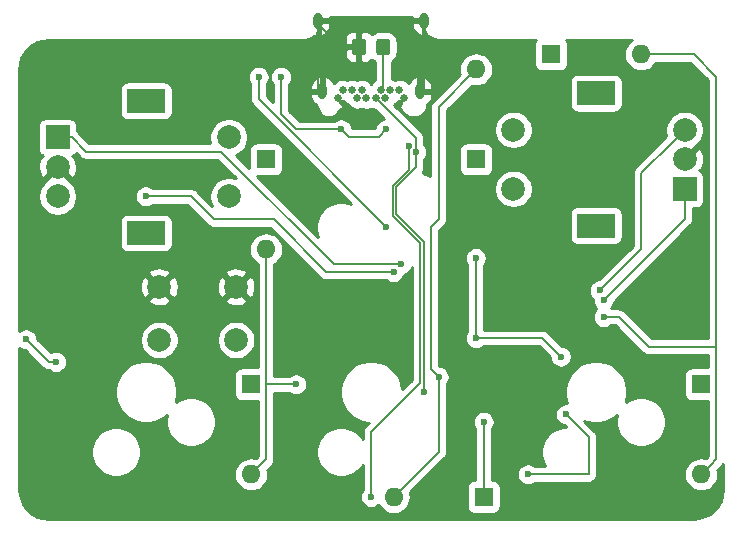
<source format=gbr>
G04 #@! TF.GenerationSoftware,KiCad,Pcbnew,5.1.2*
G04 #@! TF.CreationDate,2019-05-02T19:13:18+02:00*
G04 #@! TF.ProjectId,pcb,7063622e-6b69-4636-9164-5f7063625858,rev?*
G04 #@! TF.SameCoordinates,Original*
G04 #@! TF.FileFunction,Copper,L1,Top*
G04 #@! TF.FilePolarity,Positive*
%FSLAX46Y46*%
G04 Gerber Fmt 4.6, Leading zero omitted, Abs format (unit mm)*
G04 Created by KiCad (PCBNEW 5.1.2) date 2019-05-02 19:13:18*
%MOMM*%
%LPD*%
G04 APERTURE LIST*
%ADD10R,2.000000X2.000000*%
%ADD11C,2.000000*%
%ADD12R,3.200000X2.000000*%
%ADD13C,0.100000*%
%ADD14C,1.150000*%
%ADD15C,0.650000*%
%ADD16O,0.800000X1.400000*%
%ADD17O,1.600000X1.600000*%
%ADD18R,1.600000X1.600000*%
%ADD19C,0.600000*%
%ADD20C,0.152400*%
%ADD21C,0.254000*%
G04 APERTURE END LIST*
D10*
X132200000Y-92750000D03*
D11*
X132200000Y-95250000D03*
X132200000Y-97750000D03*
D12*
X139700000Y-89650000D03*
X139700000Y-100850000D03*
D11*
X146700000Y-92750000D03*
X146700000Y-97750000D03*
D10*
X185300000Y-97115000D03*
D11*
X185300000Y-94615000D03*
X185300000Y-92115000D03*
D12*
X177800000Y-100215000D03*
X177800000Y-89015000D03*
D11*
X170800000Y-97115000D03*
X170800000Y-92115000D03*
X140820000Y-105410000D03*
X140820000Y-109910000D03*
X147320000Y-105410000D03*
X147320000Y-109910000D03*
D13*
G36*
X160124505Y-84391204D02*
G01*
X160148773Y-84394804D01*
X160172572Y-84400765D01*
X160195671Y-84409030D01*
X160217850Y-84419520D01*
X160238893Y-84432132D01*
X160258599Y-84446747D01*
X160276777Y-84463223D01*
X160293253Y-84481401D01*
X160307868Y-84501107D01*
X160320480Y-84522150D01*
X160330970Y-84544329D01*
X160339235Y-84567428D01*
X160345196Y-84591227D01*
X160348796Y-84615495D01*
X160350000Y-84639999D01*
X160350000Y-85540001D01*
X160348796Y-85564505D01*
X160345196Y-85588773D01*
X160339235Y-85612572D01*
X160330970Y-85635671D01*
X160320480Y-85657850D01*
X160307868Y-85678893D01*
X160293253Y-85698599D01*
X160276777Y-85716777D01*
X160258599Y-85733253D01*
X160238893Y-85747868D01*
X160217850Y-85760480D01*
X160195671Y-85770970D01*
X160172572Y-85779235D01*
X160148773Y-85785196D01*
X160124505Y-85788796D01*
X160100001Y-85790000D01*
X159449999Y-85790000D01*
X159425495Y-85788796D01*
X159401227Y-85785196D01*
X159377428Y-85779235D01*
X159354329Y-85770970D01*
X159332150Y-85760480D01*
X159311107Y-85747868D01*
X159291401Y-85733253D01*
X159273223Y-85716777D01*
X159256747Y-85698599D01*
X159242132Y-85678893D01*
X159229520Y-85657850D01*
X159219030Y-85635671D01*
X159210765Y-85612572D01*
X159204804Y-85588773D01*
X159201204Y-85564505D01*
X159200000Y-85540001D01*
X159200000Y-84639999D01*
X159201204Y-84615495D01*
X159204804Y-84591227D01*
X159210765Y-84567428D01*
X159219030Y-84544329D01*
X159229520Y-84522150D01*
X159242132Y-84501107D01*
X159256747Y-84481401D01*
X159273223Y-84463223D01*
X159291401Y-84446747D01*
X159311107Y-84432132D01*
X159332150Y-84419520D01*
X159354329Y-84409030D01*
X159377428Y-84400765D01*
X159401227Y-84394804D01*
X159425495Y-84391204D01*
X159449999Y-84390000D01*
X160100001Y-84390000D01*
X160124505Y-84391204D01*
X160124505Y-84391204D01*
G37*
D14*
X159775000Y-85090000D03*
D13*
G36*
X158074505Y-84391204D02*
G01*
X158098773Y-84394804D01*
X158122572Y-84400765D01*
X158145671Y-84409030D01*
X158167850Y-84419520D01*
X158188893Y-84432132D01*
X158208599Y-84446747D01*
X158226777Y-84463223D01*
X158243253Y-84481401D01*
X158257868Y-84501107D01*
X158270480Y-84522150D01*
X158280970Y-84544329D01*
X158289235Y-84567428D01*
X158295196Y-84591227D01*
X158298796Y-84615495D01*
X158300000Y-84639999D01*
X158300000Y-85540001D01*
X158298796Y-85564505D01*
X158295196Y-85588773D01*
X158289235Y-85612572D01*
X158280970Y-85635671D01*
X158270480Y-85657850D01*
X158257868Y-85678893D01*
X158243253Y-85698599D01*
X158226777Y-85716777D01*
X158208599Y-85733253D01*
X158188893Y-85747868D01*
X158167850Y-85760480D01*
X158145671Y-85770970D01*
X158122572Y-85779235D01*
X158098773Y-85785196D01*
X158074505Y-85788796D01*
X158050001Y-85790000D01*
X157399999Y-85790000D01*
X157375495Y-85788796D01*
X157351227Y-85785196D01*
X157327428Y-85779235D01*
X157304329Y-85770970D01*
X157282150Y-85760480D01*
X157261107Y-85747868D01*
X157241401Y-85733253D01*
X157223223Y-85716777D01*
X157206747Y-85698599D01*
X157192132Y-85678893D01*
X157179520Y-85657850D01*
X157169030Y-85635671D01*
X157160765Y-85612572D01*
X157154804Y-85588773D01*
X157151204Y-85564505D01*
X157150000Y-85540001D01*
X157150000Y-84639999D01*
X157151204Y-84615495D01*
X157154804Y-84591227D01*
X157160765Y-84567428D01*
X157169030Y-84544329D01*
X157179520Y-84522150D01*
X157192132Y-84501107D01*
X157206747Y-84481401D01*
X157223223Y-84463223D01*
X157241401Y-84446747D01*
X157261107Y-84432132D01*
X157282150Y-84419520D01*
X157304329Y-84409030D01*
X157327428Y-84400765D01*
X157351227Y-84394804D01*
X157375495Y-84391204D01*
X157399999Y-84390000D01*
X158050001Y-84390000D01*
X158074505Y-84391204D01*
X158074505Y-84391204D01*
G37*
D14*
X157725000Y-85090000D03*
D15*
X156350000Y-88735000D03*
X157150000Y-88735000D03*
X157950000Y-88735000D03*
X159550000Y-88735000D03*
X160350000Y-88735000D03*
X161150000Y-88735000D03*
X155950000Y-89435000D03*
X157550000Y-89435000D03*
X158350000Y-89435000D03*
X159150000Y-89435000D03*
X159950000Y-89435000D03*
X161550000Y-89435000D03*
D16*
X154260000Y-82885000D03*
X163240000Y-82885000D03*
X162880000Y-88835000D03*
X154620000Y-88835000D03*
D17*
X148590000Y-121285000D03*
D18*
X148590000Y-113665000D03*
D17*
X160655000Y-123190000D03*
D18*
X168275000Y-123190000D03*
D17*
X186690000Y-121285000D03*
D18*
X186690000Y-113665000D03*
D17*
X149860000Y-102235000D03*
D18*
X149860000Y-94615000D03*
D17*
X167640000Y-86995000D03*
D18*
X167640000Y-94615000D03*
D17*
X181610000Y-85725000D03*
D18*
X173990000Y-85725000D03*
D19*
X156210000Y-92075000D03*
X136525000Y-99695000D03*
X152400000Y-113665000D03*
X160020000Y-92075000D03*
X151130000Y-87630000D03*
X164465000Y-113030000D03*
X168275000Y-116840000D03*
X162560000Y-93980000D03*
X161925000Y-93472000D03*
X158750000Y-123190000D03*
X163195000Y-114300000D03*
X172012600Y-121285000D03*
X175260000Y-116205000D03*
X167635200Y-109732800D03*
X167615000Y-102972000D03*
X174812600Y-111315000D03*
X160020000Y-100330000D03*
X149225000Y-87630000D03*
X132080000Y-111760000D03*
X129540000Y-109855000D03*
X178105000Y-105715000D03*
X178435000Y-106515000D03*
X178435000Y-107950000D03*
X160655000Y-104140000D03*
X161290000Y-103505000D03*
X139660000Y-97750000D03*
D20*
X154260000Y-88475000D02*
X154620000Y-88835000D01*
X154260000Y-82885000D02*
X154260000Y-88475000D01*
X163240000Y-88475000D02*
X162880000Y-88835000D01*
X163240000Y-82885000D02*
X163240000Y-88475000D01*
X132200000Y-95370000D02*
X132200000Y-95250000D01*
X136525000Y-99695000D02*
X132200000Y-95370000D01*
X154812400Y-82885000D02*
X163240000Y-82885000D01*
X154260000Y-82885000D02*
X154812400Y-82885000D01*
X154260000Y-83185000D02*
X154260000Y-82885000D01*
X156165000Y-85090000D02*
X154260000Y-83185000D01*
X157725000Y-85090000D02*
X156165000Y-85090000D01*
X160020000Y-92075000D02*
X160020000Y-92075000D01*
X151130000Y-87630000D02*
X151130000Y-90805000D01*
X151130000Y-90805000D02*
X152400000Y-92075000D01*
X152400000Y-92075000D02*
X156210000Y-92075000D01*
X156210000Y-92075000D02*
X156845000Y-92710000D01*
X159385000Y-92710000D02*
X160020000Y-92075000D01*
X156845000Y-92710000D02*
X159385000Y-92710000D01*
X186690000Y-121285000D02*
X187489999Y-120485001D01*
X187489999Y-120485001D02*
X187960000Y-120015000D01*
X181610000Y-85725000D02*
X186055000Y-85725000D01*
X186055000Y-85725000D02*
X187960000Y-87630000D01*
X187960000Y-87630000D02*
X187960000Y-120015000D01*
X167640000Y-86995000D02*
X164465000Y-90170000D01*
X164465000Y-90170000D02*
X164465000Y-99060000D01*
X164465000Y-99060000D02*
X164465000Y-99695000D01*
X164465000Y-99695000D02*
X163830000Y-100330000D01*
X163830000Y-100330000D02*
X163830000Y-112395000D01*
X164465000Y-119380000D02*
X160655000Y-123190000D01*
X163830000Y-112395000D02*
X164465000Y-113030000D01*
X164465000Y-113030000D02*
X164465000Y-113030000D01*
X164465000Y-113030000D02*
X164465000Y-119380000D01*
X149860000Y-120015000D02*
X148590000Y-121285000D01*
X149860000Y-113665000D02*
X149860000Y-120015000D01*
X149860000Y-102235000D02*
X149860000Y-113665000D01*
X149860000Y-113665000D02*
X152400000Y-113665000D01*
X168275000Y-116840000D02*
X168275000Y-123190000D01*
X159775000Y-88510000D02*
X159550000Y-88735000D01*
X159775000Y-85090000D02*
X159775000Y-88510000D01*
X160856799Y-96972463D02*
X160856799Y-99261799D01*
X162560000Y-95269262D02*
X160856799Y-96972463D01*
X160856799Y-99261799D02*
X163195000Y-101600000D01*
X162560000Y-93980000D02*
X162560000Y-93980000D01*
X162560000Y-93980000D02*
X162560000Y-95269262D01*
X161925000Y-93980000D02*
X161925000Y-93980000D01*
X158750000Y-117729000D02*
X158750000Y-123190000D01*
X160577389Y-96856728D02*
X160577390Y-99377534D01*
X160577390Y-99377534D02*
X162915590Y-101715734D01*
X162915590Y-101715734D02*
X162915590Y-113563410D01*
X161925000Y-95509117D02*
X160577389Y-96856728D01*
X161925000Y-93472000D02*
X161925000Y-95509117D01*
X162915590Y-113563410D02*
X158750000Y-117729000D01*
X163195000Y-101600000D02*
X163195000Y-113157000D01*
X163195000Y-113157000D02*
X163195000Y-114300000D01*
X163195000Y-114300000D02*
X163195000Y-114300000D01*
X162560000Y-92845000D02*
X162560000Y-93980000D01*
X159150000Y-89435000D02*
X162560000Y-92845000D01*
X172012600Y-121285000D02*
X177165000Y-121285000D01*
X177165000Y-121285000D02*
X177165000Y-118110000D01*
X177165000Y-118110000D02*
X175260000Y-116205000D01*
X175260000Y-116205000D02*
X175260000Y-116205000D01*
X167615000Y-109712600D02*
X167635200Y-109732800D01*
X167615000Y-102972000D02*
X167615000Y-109712600D01*
X173230400Y-109732800D02*
X167635200Y-109732800D01*
X174812600Y-111315000D02*
X173230400Y-109732800D01*
X160020000Y-100330000D02*
X149225000Y-89535000D01*
X149225000Y-89535000D02*
X149225000Y-87630000D01*
X149225000Y-87630000D02*
X149225000Y-87630000D01*
X132080000Y-111760000D02*
X131445000Y-111760000D01*
X131445000Y-111760000D02*
X129540000Y-109855000D01*
X129540000Y-109855000D02*
X129540000Y-109855000D01*
X178435000Y-107950000D02*
X179705000Y-107950000D01*
X179705000Y-107950000D02*
X182245000Y-110490000D01*
X182245000Y-110490000D02*
X187960000Y-110490000D01*
X185300000Y-99650000D02*
X185300000Y-97115000D01*
X178435000Y-106515000D02*
X185300000Y-99650000D01*
X181610000Y-95805000D02*
X184300001Y-93114999D01*
X181610000Y-102210000D02*
X181610000Y-95805000D01*
X184300001Y-93114999D02*
X185300000Y-92115000D01*
X178105000Y-105715000D02*
X181610000Y-102210000D01*
X132200000Y-92750000D02*
X133390000Y-92750000D01*
X134593201Y-93953201D02*
X146023201Y-93953201D01*
X133390000Y-92750000D02*
X134593201Y-93953201D01*
X146023201Y-93953201D02*
X155575000Y-103505000D01*
X155575000Y-103505000D02*
X161290000Y-103505000D01*
X160655000Y-104140000D02*
X154940000Y-104140000D01*
X154940000Y-104140000D02*
X150495000Y-99695000D01*
X150495000Y-99695000D02*
X145415000Y-99695000D01*
X139660000Y-97750000D02*
X143470000Y-97750000D01*
X143470000Y-97750000D02*
X145415000Y-99695000D01*
D21*
G36*
X162205000Y-82758000D02*
G01*
X163113000Y-82758000D01*
X163113000Y-82738000D01*
X163145000Y-82738000D01*
X163145000Y-83218646D01*
X163147862Y-83247700D01*
X163147835Y-83251521D01*
X163148768Y-83261039D01*
X163161723Y-83384290D01*
X163174207Y-83445105D01*
X163185840Y-83506087D01*
X163188604Y-83515243D01*
X163225251Y-83633631D01*
X163249305Y-83690852D01*
X163272567Y-83748429D01*
X163277057Y-83756874D01*
X163336001Y-83865889D01*
X163367000Y-83911847D01*
X163367000Y-84051998D01*
X163526123Y-84179666D01*
X163578633Y-84161464D01*
X163584615Y-84166413D01*
X163680654Y-84244740D01*
X163732379Y-84279107D01*
X163783594Y-84314174D01*
X163792007Y-84318724D01*
X163901431Y-84376905D01*
X163958832Y-84400564D01*
X164015896Y-84425022D01*
X164025032Y-84427851D01*
X164143673Y-84463670D01*
X164204564Y-84475727D01*
X164265308Y-84488638D01*
X164274819Y-84489638D01*
X164398158Y-84501731D01*
X164398163Y-84501731D01*
X164431353Y-84505000D01*
X172713222Y-84505000D01*
X172659463Y-84570506D01*
X172600498Y-84680820D01*
X172564188Y-84800518D01*
X172551928Y-84925000D01*
X172551928Y-86525000D01*
X172564188Y-86649482D01*
X172600498Y-86769180D01*
X172659463Y-86879494D01*
X172738815Y-86976185D01*
X172835506Y-87055537D01*
X172945820Y-87114502D01*
X173065518Y-87150812D01*
X173190000Y-87163072D01*
X174790000Y-87163072D01*
X174914482Y-87150812D01*
X175034180Y-87114502D01*
X175144494Y-87055537D01*
X175241185Y-86976185D01*
X175320537Y-86879494D01*
X175379502Y-86769180D01*
X175415812Y-86649482D01*
X175428072Y-86525000D01*
X175428072Y-84925000D01*
X175415812Y-84800518D01*
X175379502Y-84680820D01*
X175320537Y-84570506D01*
X175266778Y-84505000D01*
X180848314Y-84505000D01*
X180808899Y-84526068D01*
X180590392Y-84705392D01*
X180411068Y-84923899D01*
X180277818Y-85173192D01*
X180195764Y-85443691D01*
X180168057Y-85725000D01*
X180195764Y-86006309D01*
X180277818Y-86276808D01*
X180411068Y-86526101D01*
X180590392Y-86744608D01*
X180808899Y-86923932D01*
X181058192Y-87057182D01*
X181328691Y-87139236D01*
X181539508Y-87160000D01*
X181680492Y-87160000D01*
X181891309Y-87139236D01*
X182161808Y-87057182D01*
X182411101Y-86923932D01*
X182629608Y-86744608D01*
X182808932Y-86526101D01*
X182856985Y-86436200D01*
X185760413Y-86436200D01*
X187248800Y-87924588D01*
X187248801Y-109778800D01*
X182539589Y-109778800D01*
X180232602Y-107471815D01*
X180210327Y-107444673D01*
X180102033Y-107355798D01*
X179978481Y-107289758D01*
X179844420Y-107249091D01*
X179739936Y-107238800D01*
X179739926Y-107238800D01*
X179705000Y-107235360D01*
X179670074Y-107238800D01*
X179046090Y-107238800D01*
X179039790Y-107232500D01*
X179161262Y-107111028D01*
X179263586Y-106957889D01*
X179334068Y-106787729D01*
X179370000Y-106607089D01*
X179370000Y-106585787D01*
X185778195Y-100177593D01*
X185805326Y-100155327D01*
X185827593Y-100128195D01*
X185827597Y-100128191D01*
X185894202Y-100047033D01*
X185899150Y-100037776D01*
X185960242Y-99923481D01*
X186000909Y-99789420D01*
X186011200Y-99684936D01*
X186011200Y-99684927D01*
X186014640Y-99650001D01*
X186011200Y-99615075D01*
X186011200Y-98753072D01*
X186300000Y-98753072D01*
X186424482Y-98740812D01*
X186544180Y-98704502D01*
X186654494Y-98645537D01*
X186751185Y-98566185D01*
X186830537Y-98469494D01*
X186889502Y-98359180D01*
X186925812Y-98239482D01*
X186938072Y-98115000D01*
X186938072Y-96115000D01*
X186925812Y-95990518D01*
X186889502Y-95870820D01*
X186830537Y-95760506D01*
X186751185Y-95663815D01*
X186654494Y-95584463D01*
X186550777Y-95529024D01*
X186699814Y-95475044D01*
X186840704Y-95185429D01*
X186922384Y-94873892D01*
X186941718Y-94552405D01*
X186897961Y-94233325D01*
X186792795Y-93928912D01*
X186699814Y-93754956D01*
X186435413Y-93659192D01*
X185479605Y-94615000D01*
X185493748Y-94629143D01*
X185314143Y-94808748D01*
X185300000Y-94794605D01*
X185285858Y-94808748D01*
X185106253Y-94629143D01*
X185120395Y-94615000D01*
X185106253Y-94600858D01*
X185285858Y-94421253D01*
X185300000Y-94435395D01*
X186255808Y-93479587D01*
X186245065Y-93449925D01*
X186342252Y-93384987D01*
X186569987Y-93157252D01*
X186748918Y-92889463D01*
X186872168Y-92591912D01*
X186935000Y-92276033D01*
X186935000Y-91953967D01*
X186872168Y-91638088D01*
X186748918Y-91340537D01*
X186569987Y-91072748D01*
X186342252Y-90845013D01*
X186074463Y-90666082D01*
X185776912Y-90542832D01*
X185461033Y-90480000D01*
X185138967Y-90480000D01*
X184823088Y-90542832D01*
X184525537Y-90666082D01*
X184257748Y-90845013D01*
X184030013Y-91072748D01*
X183851082Y-91340537D01*
X183727832Y-91638088D01*
X183665000Y-91953967D01*
X183665000Y-92276033D01*
X183727832Y-92591912D01*
X183754037Y-92655175D01*
X181131810Y-95277403D01*
X181104674Y-95299673D01*
X181082404Y-95326809D01*
X181082403Y-95326810D01*
X181015798Y-95407968D01*
X180972385Y-95489188D01*
X180949759Y-95531519D01*
X180909092Y-95665580D01*
X180899742Y-95760506D01*
X180895360Y-95805000D01*
X180898801Y-95839936D01*
X180898800Y-101915411D01*
X178034213Y-104780000D01*
X178012911Y-104780000D01*
X177832271Y-104815932D01*
X177662111Y-104886414D01*
X177508972Y-104988738D01*
X177378738Y-105118972D01*
X177276414Y-105272111D01*
X177205932Y-105442271D01*
X177170000Y-105622911D01*
X177170000Y-105807089D01*
X177205932Y-105987729D01*
X177276414Y-106157889D01*
X177378738Y-106311028D01*
X177500000Y-106432290D01*
X177500000Y-106607089D01*
X177535932Y-106787729D01*
X177606414Y-106957889D01*
X177708738Y-107111028D01*
X177830210Y-107232500D01*
X177708738Y-107353972D01*
X177606414Y-107507111D01*
X177535932Y-107677271D01*
X177500000Y-107857911D01*
X177500000Y-108042089D01*
X177535932Y-108222729D01*
X177606414Y-108392889D01*
X177708738Y-108546028D01*
X177838972Y-108676262D01*
X177992111Y-108778586D01*
X178162271Y-108849068D01*
X178342911Y-108885000D01*
X178527089Y-108885000D01*
X178707729Y-108849068D01*
X178877889Y-108778586D01*
X179031028Y-108676262D01*
X179046090Y-108661200D01*
X179410413Y-108661200D01*
X181717407Y-110968196D01*
X181739673Y-110995327D01*
X181766804Y-111017593D01*
X181766808Y-111017597D01*
X181817369Y-111059091D01*
X181847967Y-111084202D01*
X181971519Y-111150242D01*
X182105580Y-111190909D01*
X182210064Y-111201200D01*
X182210081Y-111201200D01*
X182244999Y-111204639D01*
X182279917Y-111201200D01*
X187248801Y-111201200D01*
X187248801Y-112226928D01*
X185890000Y-112226928D01*
X185765518Y-112239188D01*
X185645820Y-112275498D01*
X185535506Y-112334463D01*
X185438815Y-112413815D01*
X185359463Y-112510506D01*
X185300498Y-112620820D01*
X185264188Y-112740518D01*
X185251928Y-112865000D01*
X185251928Y-114465000D01*
X185264188Y-114589482D01*
X185300498Y-114709180D01*
X185359463Y-114819494D01*
X185438815Y-114916185D01*
X185535506Y-114995537D01*
X185645820Y-115054502D01*
X185765518Y-115090812D01*
X185890000Y-115103072D01*
X187248801Y-115103072D01*
X187248801Y-119720412D01*
X187068858Y-119900355D01*
X186971309Y-119870764D01*
X186760492Y-119850000D01*
X186619508Y-119850000D01*
X186408691Y-119870764D01*
X186138192Y-119952818D01*
X185888899Y-120086068D01*
X185670392Y-120265392D01*
X185491068Y-120483899D01*
X185357818Y-120733192D01*
X185275764Y-121003691D01*
X185248057Y-121285000D01*
X185275764Y-121566309D01*
X185357818Y-121836808D01*
X185491068Y-122086101D01*
X185670392Y-122304608D01*
X185888899Y-122483932D01*
X186138192Y-122617182D01*
X186408691Y-122699236D01*
X186619508Y-122720000D01*
X186760492Y-122720000D01*
X186971309Y-122699236D01*
X187241808Y-122617182D01*
X187491101Y-122483932D01*
X187709608Y-122304608D01*
X187888932Y-122086101D01*
X188022182Y-121836808D01*
X188104236Y-121566309D01*
X188131943Y-121285000D01*
X188104236Y-121003691D01*
X188074645Y-120906142D01*
X188438185Y-120542602D01*
X188465327Y-120520327D01*
X188545000Y-120423246D01*
X188545000Y-122521496D01*
X188494356Y-123038006D01*
X188354082Y-123502614D01*
X188126238Y-123931127D01*
X187819501Y-124307224D01*
X187445554Y-124616579D01*
X187018641Y-124847411D01*
X186555021Y-124990925D01*
X186040537Y-125045000D01*
X131478504Y-125045000D01*
X130961994Y-124994356D01*
X130497386Y-124854082D01*
X130068873Y-124626238D01*
X129692776Y-124319501D01*
X129383421Y-123945554D01*
X129152589Y-123518641D01*
X129009075Y-123055021D01*
X128955000Y-122540537D01*
X128955000Y-119169721D01*
X135025000Y-119169721D01*
X135025000Y-119590279D01*
X135107047Y-120002756D01*
X135267988Y-120391302D01*
X135501637Y-120740983D01*
X135799017Y-121038363D01*
X136148698Y-121272012D01*
X136537244Y-121432953D01*
X136949721Y-121515000D01*
X137370279Y-121515000D01*
X137782756Y-121432953D01*
X138139946Y-121285000D01*
X147148057Y-121285000D01*
X147175764Y-121566309D01*
X147257818Y-121836808D01*
X147391068Y-122086101D01*
X147570392Y-122304608D01*
X147788899Y-122483932D01*
X148038192Y-122617182D01*
X148308691Y-122699236D01*
X148519508Y-122720000D01*
X148660492Y-122720000D01*
X148871309Y-122699236D01*
X149141808Y-122617182D01*
X149391101Y-122483932D01*
X149609608Y-122304608D01*
X149788932Y-122086101D01*
X149922182Y-121836808D01*
X150004236Y-121566309D01*
X150031943Y-121285000D01*
X150004236Y-121003691D01*
X149974645Y-120906143D01*
X150338196Y-120542593D01*
X150365327Y-120520327D01*
X150387593Y-120493196D01*
X150387597Y-120493192D01*
X150454202Y-120412033D01*
X150520241Y-120288482D01*
X150520242Y-120288481D01*
X150560909Y-120154420D01*
X150571200Y-120049936D01*
X150571200Y-120049927D01*
X150574640Y-120015001D01*
X150571200Y-119980075D01*
X150571200Y-114376200D01*
X151788910Y-114376200D01*
X151803972Y-114391262D01*
X151957111Y-114493586D01*
X152127271Y-114564068D01*
X152307911Y-114600000D01*
X152492089Y-114600000D01*
X152672729Y-114564068D01*
X152842889Y-114493586D01*
X152996028Y-114391262D01*
X153126262Y-114261028D01*
X153228586Y-114107889D01*
X153299068Y-113937729D01*
X153335000Y-113757089D01*
X153335000Y-113572911D01*
X153299068Y-113392271D01*
X153228586Y-113222111D01*
X153126262Y-113068972D01*
X152996028Y-112938738D01*
X152842889Y-112836414D01*
X152672729Y-112765932D01*
X152492089Y-112730000D01*
X152307911Y-112730000D01*
X152127271Y-112765932D01*
X151957111Y-112836414D01*
X151803972Y-112938738D01*
X151788910Y-112953800D01*
X150571200Y-112953800D01*
X150571200Y-103481985D01*
X150661101Y-103433932D01*
X150879608Y-103254608D01*
X151058932Y-103036101D01*
X151192182Y-102786808D01*
X151274236Y-102516309D01*
X151301943Y-102235000D01*
X151274236Y-101953691D01*
X151192182Y-101683192D01*
X151058932Y-101433899D01*
X150879608Y-101215392D01*
X150661101Y-101036068D01*
X150411808Y-100902818D01*
X150141309Y-100820764D01*
X149930492Y-100800000D01*
X149789508Y-100800000D01*
X149578691Y-100820764D01*
X149308192Y-100902818D01*
X149058899Y-101036068D01*
X148840392Y-101215392D01*
X148661068Y-101433899D01*
X148527818Y-101683192D01*
X148445764Y-101953691D01*
X148418057Y-102235000D01*
X148445764Y-102516309D01*
X148527818Y-102786808D01*
X148661068Y-103036101D01*
X148840392Y-103254608D01*
X149058899Y-103433932D01*
X149148800Y-103481985D01*
X149148801Y-112226928D01*
X147790000Y-112226928D01*
X147665518Y-112239188D01*
X147545820Y-112275498D01*
X147435506Y-112334463D01*
X147338815Y-112413815D01*
X147259463Y-112510506D01*
X147200498Y-112620820D01*
X147164188Y-112740518D01*
X147151928Y-112865000D01*
X147151928Y-114465000D01*
X147164188Y-114589482D01*
X147200498Y-114709180D01*
X147259463Y-114819494D01*
X147338815Y-114916185D01*
X147435506Y-114995537D01*
X147545820Y-115054502D01*
X147665518Y-115090812D01*
X147790000Y-115103072D01*
X149148800Y-115103072D01*
X149148801Y-119720410D01*
X148968857Y-119900355D01*
X148871309Y-119870764D01*
X148660492Y-119850000D01*
X148519508Y-119850000D01*
X148308691Y-119870764D01*
X148038192Y-119952818D01*
X147788899Y-120086068D01*
X147570392Y-120265392D01*
X147391068Y-120483899D01*
X147257818Y-120733192D01*
X147175764Y-121003691D01*
X147148057Y-121285000D01*
X138139946Y-121285000D01*
X138171302Y-121272012D01*
X138520983Y-121038363D01*
X138818363Y-120740983D01*
X139052012Y-120391302D01*
X139212953Y-120002756D01*
X139295000Y-119590279D01*
X139295000Y-119169721D01*
X139212953Y-118757244D01*
X139052012Y-118368698D01*
X138818363Y-118019017D01*
X138520983Y-117721637D01*
X138171302Y-117487988D01*
X137782756Y-117327047D01*
X137370279Y-117245000D01*
X136949721Y-117245000D01*
X136537244Y-117327047D01*
X136148698Y-117487988D01*
X135799017Y-117721637D01*
X135501637Y-118019017D01*
X135267988Y-118368698D01*
X135107047Y-118757244D01*
X135025000Y-119169721D01*
X128955000Y-119169721D01*
X128955000Y-114041076D01*
X137071100Y-114041076D01*
X137071100Y-114558924D01*
X137172127Y-115066822D01*
X137370299Y-115545251D01*
X137658000Y-115975826D01*
X138024174Y-116342000D01*
X138454749Y-116629701D01*
X138933178Y-116827873D01*
X139441076Y-116928900D01*
X139958924Y-116928900D01*
X140466822Y-116827873D01*
X140945251Y-116629701D01*
X141375826Y-116342000D01*
X141446237Y-116271589D01*
X141375000Y-116629721D01*
X141375000Y-117050279D01*
X141457047Y-117462756D01*
X141617988Y-117851302D01*
X141851637Y-118200983D01*
X142149017Y-118498363D01*
X142498698Y-118732012D01*
X142887244Y-118892953D01*
X143299721Y-118975000D01*
X143720279Y-118975000D01*
X144132756Y-118892953D01*
X144521302Y-118732012D01*
X144870983Y-118498363D01*
X145168363Y-118200983D01*
X145402012Y-117851302D01*
X145562953Y-117462756D01*
X145645000Y-117050279D01*
X145645000Y-116629721D01*
X145562953Y-116217244D01*
X145402012Y-115828698D01*
X145168363Y-115479017D01*
X144870983Y-115181637D01*
X144521302Y-114947988D01*
X144132756Y-114787047D01*
X143720279Y-114705000D01*
X143299721Y-114705000D01*
X142887244Y-114787047D01*
X142498698Y-114947988D01*
X142192292Y-115152721D01*
X142227873Y-115066822D01*
X142328900Y-114558924D01*
X142328900Y-114041076D01*
X142227873Y-113533178D01*
X142029701Y-113054749D01*
X141742000Y-112624174D01*
X141375826Y-112258000D01*
X140945251Y-111970299D01*
X140466822Y-111772127D01*
X139958924Y-111671100D01*
X139441076Y-111671100D01*
X138933178Y-111772127D01*
X138454749Y-111970299D01*
X138024174Y-112258000D01*
X137658000Y-112624174D01*
X137370299Y-113054749D01*
X137172127Y-113533178D01*
X137071100Y-114041076D01*
X128955000Y-114041076D01*
X128955000Y-110588631D01*
X129097111Y-110683586D01*
X129267271Y-110754068D01*
X129447911Y-110790000D01*
X129469213Y-110790000D01*
X130917403Y-112238191D01*
X130939673Y-112265327D01*
X131047967Y-112354202D01*
X131171519Y-112420242D01*
X131305580Y-112460909D01*
X131410064Y-112471200D01*
X131410071Y-112471200D01*
X131445000Y-112474640D01*
X131469898Y-112472188D01*
X131483972Y-112486262D01*
X131637111Y-112588586D01*
X131807271Y-112659068D01*
X131987911Y-112695000D01*
X132172089Y-112695000D01*
X132352729Y-112659068D01*
X132522889Y-112588586D01*
X132676028Y-112486262D01*
X132806262Y-112356028D01*
X132908586Y-112202889D01*
X132979068Y-112032729D01*
X133015000Y-111852089D01*
X133015000Y-111667911D01*
X132979068Y-111487271D01*
X132908586Y-111317111D01*
X132806262Y-111163972D01*
X132676028Y-111033738D01*
X132522889Y-110931414D01*
X132352729Y-110860932D01*
X132172089Y-110825000D01*
X131987911Y-110825000D01*
X131807271Y-110860932D01*
X131637111Y-110931414D01*
X131628174Y-110937386D01*
X130475000Y-109784213D01*
X130475000Y-109762911D01*
X130472227Y-109748967D01*
X139185000Y-109748967D01*
X139185000Y-110071033D01*
X139247832Y-110386912D01*
X139371082Y-110684463D01*
X139550013Y-110952252D01*
X139777748Y-111179987D01*
X140045537Y-111358918D01*
X140343088Y-111482168D01*
X140658967Y-111545000D01*
X140981033Y-111545000D01*
X141296912Y-111482168D01*
X141594463Y-111358918D01*
X141862252Y-111179987D01*
X142089987Y-110952252D01*
X142268918Y-110684463D01*
X142392168Y-110386912D01*
X142455000Y-110071033D01*
X142455000Y-109748967D01*
X145685000Y-109748967D01*
X145685000Y-110071033D01*
X145747832Y-110386912D01*
X145871082Y-110684463D01*
X146050013Y-110952252D01*
X146277748Y-111179987D01*
X146545537Y-111358918D01*
X146843088Y-111482168D01*
X147158967Y-111545000D01*
X147481033Y-111545000D01*
X147796912Y-111482168D01*
X148094463Y-111358918D01*
X148362252Y-111179987D01*
X148589987Y-110952252D01*
X148768918Y-110684463D01*
X148892168Y-110386912D01*
X148955000Y-110071033D01*
X148955000Y-109748967D01*
X148892168Y-109433088D01*
X148768918Y-109135537D01*
X148589987Y-108867748D01*
X148362252Y-108640013D01*
X148094463Y-108461082D01*
X147796912Y-108337832D01*
X147481033Y-108275000D01*
X147158967Y-108275000D01*
X146843088Y-108337832D01*
X146545537Y-108461082D01*
X146277748Y-108640013D01*
X146050013Y-108867748D01*
X145871082Y-109135537D01*
X145747832Y-109433088D01*
X145685000Y-109748967D01*
X142455000Y-109748967D01*
X142392168Y-109433088D01*
X142268918Y-109135537D01*
X142089987Y-108867748D01*
X141862252Y-108640013D01*
X141594463Y-108461082D01*
X141296912Y-108337832D01*
X140981033Y-108275000D01*
X140658967Y-108275000D01*
X140343088Y-108337832D01*
X140045537Y-108461082D01*
X139777748Y-108640013D01*
X139550013Y-108867748D01*
X139371082Y-109135537D01*
X139247832Y-109433088D01*
X139185000Y-109748967D01*
X130472227Y-109748967D01*
X130439068Y-109582271D01*
X130368586Y-109412111D01*
X130266262Y-109258972D01*
X130136028Y-109128738D01*
X129982889Y-109026414D01*
X129812729Y-108955932D01*
X129632089Y-108920000D01*
X129447911Y-108920000D01*
X129267271Y-108955932D01*
X129097111Y-109026414D01*
X128955000Y-109121369D01*
X128955000Y-106545413D01*
X139864192Y-106545413D01*
X139959956Y-106809814D01*
X140249571Y-106950704D01*
X140561108Y-107032384D01*
X140882595Y-107051718D01*
X141201675Y-107007961D01*
X141506088Y-106902795D01*
X141680044Y-106809814D01*
X141775808Y-106545413D01*
X146364192Y-106545413D01*
X146459956Y-106809814D01*
X146749571Y-106950704D01*
X147061108Y-107032384D01*
X147382595Y-107051718D01*
X147701675Y-107007961D01*
X148006088Y-106902795D01*
X148180044Y-106809814D01*
X148275808Y-106545413D01*
X147320000Y-105589605D01*
X146364192Y-106545413D01*
X141775808Y-106545413D01*
X140820000Y-105589605D01*
X139864192Y-106545413D01*
X128955000Y-106545413D01*
X128955000Y-105472595D01*
X139178282Y-105472595D01*
X139222039Y-105791675D01*
X139327205Y-106096088D01*
X139420186Y-106270044D01*
X139684587Y-106365808D01*
X140640395Y-105410000D01*
X140999605Y-105410000D01*
X141955413Y-106365808D01*
X142219814Y-106270044D01*
X142360704Y-105980429D01*
X142442384Y-105668892D01*
X142454189Y-105472595D01*
X145678282Y-105472595D01*
X145722039Y-105791675D01*
X145827205Y-106096088D01*
X145920186Y-106270044D01*
X146184587Y-106365808D01*
X147140395Y-105410000D01*
X147499605Y-105410000D01*
X148455413Y-106365808D01*
X148719814Y-106270044D01*
X148860704Y-105980429D01*
X148942384Y-105668892D01*
X148961718Y-105347405D01*
X148917961Y-105028325D01*
X148812795Y-104723912D01*
X148719814Y-104549956D01*
X148455413Y-104454192D01*
X147499605Y-105410000D01*
X147140395Y-105410000D01*
X146184587Y-104454192D01*
X145920186Y-104549956D01*
X145779296Y-104839571D01*
X145697616Y-105151108D01*
X145678282Y-105472595D01*
X142454189Y-105472595D01*
X142461718Y-105347405D01*
X142417961Y-105028325D01*
X142312795Y-104723912D01*
X142219814Y-104549956D01*
X141955413Y-104454192D01*
X140999605Y-105410000D01*
X140640395Y-105410000D01*
X139684587Y-104454192D01*
X139420186Y-104549956D01*
X139279296Y-104839571D01*
X139197616Y-105151108D01*
X139178282Y-105472595D01*
X128955000Y-105472595D01*
X128955000Y-104274587D01*
X139864192Y-104274587D01*
X140820000Y-105230395D01*
X141775808Y-104274587D01*
X146364192Y-104274587D01*
X147320000Y-105230395D01*
X148275808Y-104274587D01*
X148180044Y-104010186D01*
X147890429Y-103869296D01*
X147578892Y-103787616D01*
X147257405Y-103768282D01*
X146938325Y-103812039D01*
X146633912Y-103917205D01*
X146459956Y-104010186D01*
X146364192Y-104274587D01*
X141775808Y-104274587D01*
X141680044Y-104010186D01*
X141390429Y-103869296D01*
X141078892Y-103787616D01*
X140757405Y-103768282D01*
X140438325Y-103812039D01*
X140133912Y-103917205D01*
X139959956Y-104010186D01*
X139864192Y-104274587D01*
X128955000Y-104274587D01*
X128955000Y-99850000D01*
X137461928Y-99850000D01*
X137461928Y-101850000D01*
X137474188Y-101974482D01*
X137510498Y-102094180D01*
X137569463Y-102204494D01*
X137648815Y-102301185D01*
X137745506Y-102380537D01*
X137855820Y-102439502D01*
X137975518Y-102475812D01*
X138100000Y-102488072D01*
X141300000Y-102488072D01*
X141424482Y-102475812D01*
X141544180Y-102439502D01*
X141654494Y-102380537D01*
X141751185Y-102301185D01*
X141830537Y-102204494D01*
X141889502Y-102094180D01*
X141925812Y-101974482D01*
X141938072Y-101850000D01*
X141938072Y-99850000D01*
X141925812Y-99725518D01*
X141889502Y-99605820D01*
X141830537Y-99495506D01*
X141751185Y-99398815D01*
X141654494Y-99319463D01*
X141544180Y-99260498D01*
X141424482Y-99224188D01*
X141300000Y-99211928D01*
X138100000Y-99211928D01*
X137975518Y-99224188D01*
X137855820Y-99260498D01*
X137745506Y-99319463D01*
X137648815Y-99398815D01*
X137569463Y-99495506D01*
X137510498Y-99605820D01*
X137474188Y-99725518D01*
X137461928Y-99850000D01*
X128955000Y-99850000D01*
X128955000Y-97588967D01*
X130565000Y-97588967D01*
X130565000Y-97911033D01*
X130627832Y-98226912D01*
X130751082Y-98524463D01*
X130930013Y-98792252D01*
X131157748Y-99019987D01*
X131425537Y-99198918D01*
X131723088Y-99322168D01*
X132038967Y-99385000D01*
X132361033Y-99385000D01*
X132676912Y-99322168D01*
X132974463Y-99198918D01*
X133242252Y-99019987D01*
X133469987Y-98792252D01*
X133648918Y-98524463D01*
X133772168Y-98226912D01*
X133835000Y-97911033D01*
X133835000Y-97588967D01*
X133772168Y-97273088D01*
X133648918Y-96975537D01*
X133469987Y-96707748D01*
X133242252Y-96480013D01*
X133145065Y-96415075D01*
X133155808Y-96385413D01*
X132200000Y-95429605D01*
X131244192Y-96385413D01*
X131254935Y-96415075D01*
X131157748Y-96480013D01*
X130930013Y-96707748D01*
X130751082Y-96975537D01*
X130627832Y-97273088D01*
X130565000Y-97588967D01*
X128955000Y-97588967D01*
X128955000Y-95312595D01*
X130558282Y-95312595D01*
X130602039Y-95631675D01*
X130707205Y-95936088D01*
X130800186Y-96110044D01*
X131064587Y-96205808D01*
X132020395Y-95250000D01*
X132006253Y-95235858D01*
X132185858Y-95056253D01*
X132200000Y-95070395D01*
X132214143Y-95056253D01*
X132393748Y-95235858D01*
X132379605Y-95250000D01*
X133335413Y-96205808D01*
X133599814Y-96110044D01*
X133740704Y-95820429D01*
X133822384Y-95508892D01*
X133841718Y-95187405D01*
X133797961Y-94868325D01*
X133692795Y-94563912D01*
X133599814Y-94389956D01*
X133450777Y-94335976D01*
X133554494Y-94280537D01*
X133651185Y-94201185D01*
X133730537Y-94104494D01*
X133733383Y-94099170D01*
X134065603Y-94431391D01*
X134087874Y-94458528D01*
X134196168Y-94547403D01*
X134319720Y-94613443D01*
X134453781Y-94654110D01*
X134558265Y-94664401D01*
X134558274Y-94664401D01*
X134593200Y-94667841D01*
X134628126Y-94664401D01*
X145728614Y-94664401D01*
X147288101Y-96223888D01*
X147176912Y-96177832D01*
X146861033Y-96115000D01*
X146538967Y-96115000D01*
X146223088Y-96177832D01*
X145925537Y-96301082D01*
X145657748Y-96480013D01*
X145430013Y-96707748D01*
X145251082Y-96975537D01*
X145127832Y-97273088D01*
X145065000Y-97588967D01*
X145065000Y-97911033D01*
X145127832Y-98226912D01*
X145251082Y-98524463D01*
X145252755Y-98526966D01*
X143997602Y-97271815D01*
X143975327Y-97244673D01*
X143867033Y-97155798D01*
X143743481Y-97089758D01*
X143609420Y-97049091D01*
X143504936Y-97038800D01*
X143504926Y-97038800D01*
X143470000Y-97035360D01*
X143435074Y-97038800D01*
X140271090Y-97038800D01*
X140256028Y-97023738D01*
X140102889Y-96921414D01*
X139932729Y-96850932D01*
X139752089Y-96815000D01*
X139567911Y-96815000D01*
X139387271Y-96850932D01*
X139217111Y-96921414D01*
X139063972Y-97023738D01*
X138933738Y-97153972D01*
X138831414Y-97307111D01*
X138760932Y-97477271D01*
X138725000Y-97657911D01*
X138725000Y-97842089D01*
X138760932Y-98022729D01*
X138831414Y-98192889D01*
X138933738Y-98346028D01*
X139063972Y-98476262D01*
X139217111Y-98578586D01*
X139387271Y-98649068D01*
X139567911Y-98685000D01*
X139752089Y-98685000D01*
X139932729Y-98649068D01*
X140102889Y-98578586D01*
X140256028Y-98476262D01*
X140271090Y-98461200D01*
X143175413Y-98461200D01*
X144887407Y-100173196D01*
X144909673Y-100200327D01*
X144936804Y-100222593D01*
X144936808Y-100222597D01*
X145017967Y-100289202D01*
X145141519Y-100355242D01*
X145275580Y-100395909D01*
X145380064Y-100406200D01*
X145380073Y-100406200D01*
X145414999Y-100409640D01*
X145449925Y-100406200D01*
X150200413Y-100406200D01*
X154412407Y-104618196D01*
X154434673Y-104645327D01*
X154461804Y-104667593D01*
X154461808Y-104667597D01*
X154530429Y-104723912D01*
X154542967Y-104734202D01*
X154666519Y-104800242D01*
X154800580Y-104840909D01*
X154905064Y-104851200D01*
X154905073Y-104851200D01*
X154939999Y-104854640D01*
X154974925Y-104851200D01*
X160043910Y-104851200D01*
X160058972Y-104866262D01*
X160212111Y-104968586D01*
X160382271Y-105039068D01*
X160562911Y-105075000D01*
X160747089Y-105075000D01*
X160927729Y-105039068D01*
X161097889Y-104968586D01*
X161251028Y-104866262D01*
X161381262Y-104736028D01*
X161483586Y-104582889D01*
X161554068Y-104412729D01*
X161555505Y-104405505D01*
X161562729Y-104404068D01*
X161732889Y-104333586D01*
X161886028Y-104231262D01*
X162016262Y-104101028D01*
X162118586Y-103947889D01*
X162189068Y-103777729D01*
X162204390Y-103700700D01*
X162204391Y-113268821D01*
X161378900Y-114094312D01*
X161378900Y-114041076D01*
X161277873Y-113533178D01*
X161079701Y-113054749D01*
X160792000Y-112624174D01*
X160425826Y-112258000D01*
X159995251Y-111970299D01*
X159516822Y-111772127D01*
X159008924Y-111671100D01*
X158491076Y-111671100D01*
X157983178Y-111772127D01*
X157504749Y-111970299D01*
X157074174Y-112258000D01*
X156708000Y-112624174D01*
X156420299Y-113054749D01*
X156222127Y-113533178D01*
X156121100Y-114041076D01*
X156121100Y-114558924D01*
X156222127Y-115066822D01*
X156420299Y-115545251D01*
X156708000Y-115975826D01*
X157074174Y-116342000D01*
X157504749Y-116629701D01*
X157983178Y-116827873D01*
X158491076Y-116928900D01*
X158544313Y-116928900D01*
X158271811Y-117201402D01*
X158244673Y-117223674D01*
X158155798Y-117331968D01*
X158089758Y-117455520D01*
X158049091Y-117589581D01*
X158038800Y-117694065D01*
X158038800Y-117694074D01*
X158035360Y-117729000D01*
X158038800Y-117763926D01*
X158038800Y-118274095D01*
X157868363Y-118019017D01*
X157570983Y-117721637D01*
X157221302Y-117487988D01*
X156832756Y-117327047D01*
X156420279Y-117245000D01*
X155999721Y-117245000D01*
X155587244Y-117327047D01*
X155198698Y-117487988D01*
X154849017Y-117721637D01*
X154551637Y-118019017D01*
X154317988Y-118368698D01*
X154157047Y-118757244D01*
X154075000Y-119169721D01*
X154075000Y-119590279D01*
X154157047Y-120002756D01*
X154317988Y-120391302D01*
X154551637Y-120740983D01*
X154849017Y-121038363D01*
X155198698Y-121272012D01*
X155587244Y-121432953D01*
X155999721Y-121515000D01*
X156420279Y-121515000D01*
X156832756Y-121432953D01*
X157221302Y-121272012D01*
X157570983Y-121038363D01*
X157868363Y-120740983D01*
X158038801Y-120485905D01*
X158038801Y-122578909D01*
X158023738Y-122593972D01*
X157921414Y-122747111D01*
X157850932Y-122917271D01*
X157815000Y-123097911D01*
X157815000Y-123282089D01*
X157850932Y-123462729D01*
X157921414Y-123632889D01*
X158023738Y-123786028D01*
X158153972Y-123916262D01*
X158307111Y-124018586D01*
X158477271Y-124089068D01*
X158657911Y-124125000D01*
X158842089Y-124125000D01*
X159022729Y-124089068D01*
X159192889Y-124018586D01*
X159346028Y-123916262D01*
X159391670Y-123870620D01*
X159456068Y-123991101D01*
X159635392Y-124209608D01*
X159853899Y-124388932D01*
X160103192Y-124522182D01*
X160373691Y-124604236D01*
X160584508Y-124625000D01*
X160725492Y-124625000D01*
X160936309Y-124604236D01*
X161206808Y-124522182D01*
X161456101Y-124388932D01*
X161674608Y-124209608D01*
X161853932Y-123991101D01*
X161987182Y-123741808D01*
X162069236Y-123471309D01*
X162096943Y-123190000D01*
X162069236Y-122908691D01*
X162039645Y-122811142D01*
X162460787Y-122390000D01*
X166836928Y-122390000D01*
X166836928Y-123990000D01*
X166849188Y-124114482D01*
X166885498Y-124234180D01*
X166944463Y-124344494D01*
X167023815Y-124441185D01*
X167120506Y-124520537D01*
X167230820Y-124579502D01*
X167350518Y-124615812D01*
X167475000Y-124628072D01*
X169075000Y-124628072D01*
X169199482Y-124615812D01*
X169319180Y-124579502D01*
X169429494Y-124520537D01*
X169526185Y-124441185D01*
X169605537Y-124344494D01*
X169664502Y-124234180D01*
X169700812Y-124114482D01*
X169713072Y-123990000D01*
X169713072Y-122390000D01*
X169700812Y-122265518D01*
X169664502Y-122145820D01*
X169605537Y-122035506D01*
X169526185Y-121938815D01*
X169429494Y-121859463D01*
X169319180Y-121800498D01*
X169199482Y-121764188D01*
X169075000Y-121751928D01*
X168986200Y-121751928D01*
X168986200Y-121192911D01*
X171077600Y-121192911D01*
X171077600Y-121377089D01*
X171113532Y-121557729D01*
X171184014Y-121727889D01*
X171286338Y-121881028D01*
X171416572Y-122011262D01*
X171569711Y-122113586D01*
X171739871Y-122184068D01*
X171920511Y-122220000D01*
X172104689Y-122220000D01*
X172285329Y-122184068D01*
X172455489Y-122113586D01*
X172608628Y-122011262D01*
X172623690Y-121996200D01*
X177130064Y-121996200D01*
X177165000Y-121999641D01*
X177199936Y-121996200D01*
X177304420Y-121985909D01*
X177438481Y-121945242D01*
X177562033Y-121879202D01*
X177670327Y-121790327D01*
X177759202Y-121682033D01*
X177825242Y-121558481D01*
X177865909Y-121424420D01*
X177879641Y-121285000D01*
X177876200Y-121250064D01*
X177876200Y-118144928D01*
X177879640Y-118110000D01*
X177876200Y-118075071D01*
X177876200Y-118075064D01*
X177865909Y-117970580D01*
X177825242Y-117836519D01*
X177759202Y-117712967D01*
X177670327Y-117604673D01*
X177643191Y-117582403D01*
X176786471Y-116725684D01*
X177033178Y-116827873D01*
X177541076Y-116928900D01*
X178058924Y-116928900D01*
X178566822Y-116827873D01*
X179045251Y-116629701D01*
X179475826Y-116342000D01*
X179546237Y-116271589D01*
X179475000Y-116629721D01*
X179475000Y-117050279D01*
X179557047Y-117462756D01*
X179717988Y-117851302D01*
X179951637Y-118200983D01*
X180249017Y-118498363D01*
X180598698Y-118732012D01*
X180987244Y-118892953D01*
X181399721Y-118975000D01*
X181820279Y-118975000D01*
X182232756Y-118892953D01*
X182621302Y-118732012D01*
X182970983Y-118498363D01*
X183268363Y-118200983D01*
X183502012Y-117851302D01*
X183662953Y-117462756D01*
X183745000Y-117050279D01*
X183745000Y-116629721D01*
X183662953Y-116217244D01*
X183502012Y-115828698D01*
X183268363Y-115479017D01*
X182970983Y-115181637D01*
X182621302Y-114947988D01*
X182232756Y-114787047D01*
X181820279Y-114705000D01*
X181399721Y-114705000D01*
X180987244Y-114787047D01*
X180598698Y-114947988D01*
X180292292Y-115152721D01*
X180327873Y-115066822D01*
X180428900Y-114558924D01*
X180428900Y-114041076D01*
X180327873Y-113533178D01*
X180129701Y-113054749D01*
X179842000Y-112624174D01*
X179475826Y-112258000D01*
X179045251Y-111970299D01*
X178566822Y-111772127D01*
X178058924Y-111671100D01*
X177541076Y-111671100D01*
X177033178Y-111772127D01*
X176554749Y-111970299D01*
X176124174Y-112258000D01*
X175758000Y-112624174D01*
X175470299Y-113054749D01*
X175272127Y-113533178D01*
X175171100Y-114041076D01*
X175171100Y-114558924D01*
X175272127Y-115066822D01*
X175356663Y-115270910D01*
X175352089Y-115270000D01*
X175167911Y-115270000D01*
X174987271Y-115305932D01*
X174817111Y-115376414D01*
X174663972Y-115478738D01*
X174533738Y-115608972D01*
X174431414Y-115762111D01*
X174360932Y-115932271D01*
X174325000Y-116112911D01*
X174325000Y-116297089D01*
X174360932Y-116477729D01*
X174431414Y-116647889D01*
X174533738Y-116801028D01*
X174663972Y-116931262D01*
X174817111Y-117033586D01*
X174987271Y-117104068D01*
X175167911Y-117140000D01*
X175189213Y-117140000D01*
X175294213Y-117245000D01*
X175049721Y-117245000D01*
X174637244Y-117327047D01*
X174248698Y-117487988D01*
X173899017Y-117721637D01*
X173601637Y-118019017D01*
X173367988Y-118368698D01*
X173207047Y-118757244D01*
X173125000Y-119169721D01*
X173125000Y-119590279D01*
X173207047Y-120002756D01*
X173367988Y-120391302D01*
X173489929Y-120573800D01*
X172623690Y-120573800D01*
X172608628Y-120558738D01*
X172455489Y-120456414D01*
X172285329Y-120385932D01*
X172104689Y-120350000D01*
X171920511Y-120350000D01*
X171739871Y-120385932D01*
X171569711Y-120456414D01*
X171416572Y-120558738D01*
X171286338Y-120688972D01*
X171184014Y-120842111D01*
X171113532Y-121012271D01*
X171077600Y-121192911D01*
X168986200Y-121192911D01*
X168986200Y-117451090D01*
X169001262Y-117436028D01*
X169103586Y-117282889D01*
X169174068Y-117112729D01*
X169210000Y-116932089D01*
X169210000Y-116747911D01*
X169174068Y-116567271D01*
X169103586Y-116397111D01*
X169001262Y-116243972D01*
X168871028Y-116113738D01*
X168717889Y-116011414D01*
X168547729Y-115940932D01*
X168367089Y-115905000D01*
X168182911Y-115905000D01*
X168002271Y-115940932D01*
X167832111Y-116011414D01*
X167678972Y-116113738D01*
X167548738Y-116243972D01*
X167446414Y-116397111D01*
X167375932Y-116567271D01*
X167340000Y-116747911D01*
X167340000Y-116932089D01*
X167375932Y-117112729D01*
X167446414Y-117282889D01*
X167548738Y-117436028D01*
X167563800Y-117451090D01*
X167563801Y-121751928D01*
X167475000Y-121751928D01*
X167350518Y-121764188D01*
X167230820Y-121800498D01*
X167120506Y-121859463D01*
X167023815Y-121938815D01*
X166944463Y-122035506D01*
X166885498Y-122145820D01*
X166849188Y-122265518D01*
X166836928Y-122390000D01*
X162460787Y-122390000D01*
X164943196Y-119907593D01*
X164970327Y-119885327D01*
X164992593Y-119858196D01*
X164992598Y-119858191D01*
X165059202Y-119777033D01*
X165125242Y-119653482D01*
X165165909Y-119519420D01*
X165169062Y-119487403D01*
X165176200Y-119414936D01*
X165176200Y-119414929D01*
X165179640Y-119380000D01*
X165176200Y-119345072D01*
X165176200Y-113641090D01*
X165191262Y-113626028D01*
X165293586Y-113472889D01*
X165364068Y-113302729D01*
X165400000Y-113122089D01*
X165400000Y-112937911D01*
X165364068Y-112757271D01*
X165293586Y-112587111D01*
X165191262Y-112433972D01*
X165061028Y-112303738D01*
X164907889Y-112201414D01*
X164737729Y-112130932D01*
X164557089Y-112095000D01*
X164541200Y-112095000D01*
X164541200Y-102879911D01*
X166680000Y-102879911D01*
X166680000Y-103064089D01*
X166715932Y-103244729D01*
X166786414Y-103414889D01*
X166888738Y-103568028D01*
X166903800Y-103583090D01*
X166903801Y-109144460D01*
X166806614Y-109289911D01*
X166736132Y-109460071D01*
X166700200Y-109640711D01*
X166700200Y-109824889D01*
X166736132Y-110005529D01*
X166806614Y-110175689D01*
X166908938Y-110328828D01*
X167039172Y-110459062D01*
X167192311Y-110561386D01*
X167362471Y-110631868D01*
X167543111Y-110667800D01*
X167727289Y-110667800D01*
X167907929Y-110631868D01*
X168078089Y-110561386D01*
X168231228Y-110459062D01*
X168246290Y-110444000D01*
X172935813Y-110444000D01*
X173877600Y-111385788D01*
X173877600Y-111407089D01*
X173913532Y-111587729D01*
X173984014Y-111757889D01*
X174086338Y-111911028D01*
X174216572Y-112041262D01*
X174369711Y-112143586D01*
X174539871Y-112214068D01*
X174720511Y-112250000D01*
X174904689Y-112250000D01*
X175085329Y-112214068D01*
X175255489Y-112143586D01*
X175408628Y-112041262D01*
X175538862Y-111911028D01*
X175641186Y-111757889D01*
X175711668Y-111587729D01*
X175747600Y-111407089D01*
X175747600Y-111222911D01*
X175711668Y-111042271D01*
X175641186Y-110872111D01*
X175538862Y-110718972D01*
X175408628Y-110588738D01*
X175255489Y-110486414D01*
X175085329Y-110415932D01*
X174904689Y-110380000D01*
X174883388Y-110380000D01*
X173758002Y-109254614D01*
X173735727Y-109227473D01*
X173627433Y-109138598D01*
X173503881Y-109072558D01*
X173369820Y-109031891D01*
X173265336Y-109021600D01*
X173265326Y-109021600D01*
X173230400Y-109018160D01*
X173195474Y-109021600D01*
X168326200Y-109021600D01*
X168326200Y-103583090D01*
X168341262Y-103568028D01*
X168443586Y-103414889D01*
X168514068Y-103244729D01*
X168550000Y-103064089D01*
X168550000Y-102879911D01*
X168514068Y-102699271D01*
X168443586Y-102529111D01*
X168341262Y-102375972D01*
X168211028Y-102245738D01*
X168057889Y-102143414D01*
X167887729Y-102072932D01*
X167707089Y-102037000D01*
X167522911Y-102037000D01*
X167342271Y-102072932D01*
X167172111Y-102143414D01*
X167018972Y-102245738D01*
X166888738Y-102375972D01*
X166786414Y-102529111D01*
X166715932Y-102699271D01*
X166680000Y-102879911D01*
X164541200Y-102879911D01*
X164541200Y-100624588D01*
X164943196Y-100222593D01*
X164970327Y-100200327D01*
X164992593Y-100173196D01*
X164992598Y-100173191D01*
X165059202Y-100092033D01*
X165125242Y-99968482D01*
X165165909Y-99834420D01*
X165170341Y-99789419D01*
X165176200Y-99729936D01*
X165176200Y-99729929D01*
X165179640Y-99695000D01*
X165176200Y-99660072D01*
X165176200Y-99215000D01*
X175561928Y-99215000D01*
X175561928Y-101215000D01*
X175574188Y-101339482D01*
X175610498Y-101459180D01*
X175669463Y-101569494D01*
X175748815Y-101666185D01*
X175845506Y-101745537D01*
X175955820Y-101804502D01*
X176075518Y-101840812D01*
X176200000Y-101853072D01*
X179400000Y-101853072D01*
X179524482Y-101840812D01*
X179644180Y-101804502D01*
X179754494Y-101745537D01*
X179851185Y-101666185D01*
X179930537Y-101569494D01*
X179989502Y-101459180D01*
X180025812Y-101339482D01*
X180038072Y-101215000D01*
X180038072Y-99215000D01*
X180025812Y-99090518D01*
X179989502Y-98970820D01*
X179930537Y-98860506D01*
X179851185Y-98763815D01*
X179754494Y-98684463D01*
X179644180Y-98625498D01*
X179524482Y-98589188D01*
X179400000Y-98576928D01*
X176200000Y-98576928D01*
X176075518Y-98589188D01*
X175955820Y-98625498D01*
X175845506Y-98684463D01*
X175748815Y-98763815D01*
X175669463Y-98860506D01*
X175610498Y-98970820D01*
X175574188Y-99090518D01*
X175561928Y-99215000D01*
X165176200Y-99215000D01*
X165176200Y-96953967D01*
X169165000Y-96953967D01*
X169165000Y-97276033D01*
X169227832Y-97591912D01*
X169351082Y-97889463D01*
X169530013Y-98157252D01*
X169757748Y-98384987D01*
X170025537Y-98563918D01*
X170323088Y-98687168D01*
X170638967Y-98750000D01*
X170961033Y-98750000D01*
X171276912Y-98687168D01*
X171574463Y-98563918D01*
X171842252Y-98384987D01*
X172069987Y-98157252D01*
X172248918Y-97889463D01*
X172372168Y-97591912D01*
X172435000Y-97276033D01*
X172435000Y-96953967D01*
X172372168Y-96638088D01*
X172248918Y-96340537D01*
X172069987Y-96072748D01*
X171842252Y-95845013D01*
X171574463Y-95666082D01*
X171276912Y-95542832D01*
X170961033Y-95480000D01*
X170638967Y-95480000D01*
X170323088Y-95542832D01*
X170025537Y-95666082D01*
X169757748Y-95845013D01*
X169530013Y-96072748D01*
X169351082Y-96340537D01*
X169227832Y-96638088D01*
X169165000Y-96953967D01*
X165176200Y-96953967D01*
X165176200Y-93815000D01*
X166201928Y-93815000D01*
X166201928Y-95415000D01*
X166214188Y-95539482D01*
X166250498Y-95659180D01*
X166309463Y-95769494D01*
X166388815Y-95866185D01*
X166485506Y-95945537D01*
X166595820Y-96004502D01*
X166715518Y-96040812D01*
X166840000Y-96053072D01*
X168440000Y-96053072D01*
X168564482Y-96040812D01*
X168684180Y-96004502D01*
X168794494Y-95945537D01*
X168891185Y-95866185D01*
X168970537Y-95769494D01*
X169029502Y-95659180D01*
X169065812Y-95539482D01*
X169078072Y-95415000D01*
X169078072Y-93815000D01*
X169065812Y-93690518D01*
X169029502Y-93570820D01*
X168970537Y-93460506D01*
X168891185Y-93363815D01*
X168794494Y-93284463D01*
X168684180Y-93225498D01*
X168564482Y-93189188D01*
X168440000Y-93176928D01*
X166840000Y-93176928D01*
X166715518Y-93189188D01*
X166595820Y-93225498D01*
X166485506Y-93284463D01*
X166388815Y-93363815D01*
X166309463Y-93460506D01*
X166250498Y-93570820D01*
X166214188Y-93690518D01*
X166201928Y-93815000D01*
X165176200Y-93815000D01*
X165176200Y-91953967D01*
X169165000Y-91953967D01*
X169165000Y-92276033D01*
X169227832Y-92591912D01*
X169351082Y-92889463D01*
X169530013Y-93157252D01*
X169757748Y-93384987D01*
X170025537Y-93563918D01*
X170323088Y-93687168D01*
X170638967Y-93750000D01*
X170961033Y-93750000D01*
X171276912Y-93687168D01*
X171574463Y-93563918D01*
X171842252Y-93384987D01*
X172069987Y-93157252D01*
X172248918Y-92889463D01*
X172372168Y-92591912D01*
X172435000Y-92276033D01*
X172435000Y-91953967D01*
X172372168Y-91638088D01*
X172248918Y-91340537D01*
X172069987Y-91072748D01*
X171842252Y-90845013D01*
X171574463Y-90666082D01*
X171276912Y-90542832D01*
X170961033Y-90480000D01*
X170638967Y-90480000D01*
X170323088Y-90542832D01*
X170025537Y-90666082D01*
X169757748Y-90845013D01*
X169530013Y-91072748D01*
X169351082Y-91340537D01*
X169227832Y-91638088D01*
X169165000Y-91953967D01*
X165176200Y-91953967D01*
X165176200Y-90464587D01*
X167261142Y-88379645D01*
X167358691Y-88409236D01*
X167569508Y-88430000D01*
X167710492Y-88430000D01*
X167921309Y-88409236D01*
X168191808Y-88327182D01*
X168441101Y-88193932D01*
X168659130Y-88015000D01*
X175561928Y-88015000D01*
X175561928Y-90015000D01*
X175574188Y-90139482D01*
X175610498Y-90259180D01*
X175669463Y-90369494D01*
X175748815Y-90466185D01*
X175845506Y-90545537D01*
X175955820Y-90604502D01*
X176075518Y-90640812D01*
X176200000Y-90653072D01*
X179400000Y-90653072D01*
X179524482Y-90640812D01*
X179644180Y-90604502D01*
X179754494Y-90545537D01*
X179851185Y-90466185D01*
X179930537Y-90369494D01*
X179989502Y-90259180D01*
X180025812Y-90139482D01*
X180038072Y-90015000D01*
X180038072Y-88015000D01*
X180025812Y-87890518D01*
X179989502Y-87770820D01*
X179930537Y-87660506D01*
X179851185Y-87563815D01*
X179754494Y-87484463D01*
X179644180Y-87425498D01*
X179524482Y-87389188D01*
X179400000Y-87376928D01*
X176200000Y-87376928D01*
X176075518Y-87389188D01*
X175955820Y-87425498D01*
X175845506Y-87484463D01*
X175748815Y-87563815D01*
X175669463Y-87660506D01*
X175610498Y-87770820D01*
X175574188Y-87890518D01*
X175561928Y-88015000D01*
X168659130Y-88015000D01*
X168659608Y-88014608D01*
X168838932Y-87796101D01*
X168972182Y-87546808D01*
X169054236Y-87276309D01*
X169081943Y-86995000D01*
X169054236Y-86713691D01*
X168972182Y-86443192D01*
X168838932Y-86193899D01*
X168659608Y-85975392D01*
X168441101Y-85796068D01*
X168191808Y-85662818D01*
X167921309Y-85580764D01*
X167710492Y-85560000D01*
X167569508Y-85560000D01*
X167358691Y-85580764D01*
X167088192Y-85662818D01*
X166838899Y-85796068D01*
X166620392Y-85975392D01*
X166441068Y-86193899D01*
X166307818Y-86443192D01*
X166225764Y-86713691D01*
X166198057Y-86995000D01*
X166225764Y-87276309D01*
X166255355Y-87373858D01*
X163986811Y-89642402D01*
X163959673Y-89664674D01*
X163870798Y-89772968D01*
X163804758Y-89896520D01*
X163764091Y-90030581D01*
X163753800Y-90135065D01*
X163753800Y-90135074D01*
X163750360Y-90170000D01*
X163753800Y-90204926D01*
X163753801Y-96019930D01*
X163571302Y-95897988D01*
X163182756Y-95737047D01*
X163108293Y-95722235D01*
X163154202Y-95666295D01*
X163220242Y-95542743D01*
X163260909Y-95408682D01*
X163271200Y-95304198D01*
X163271200Y-95304191D01*
X163274640Y-95269262D01*
X163271200Y-95234334D01*
X163271200Y-94591090D01*
X163286262Y-94576028D01*
X163388586Y-94422889D01*
X163459068Y-94252729D01*
X163495000Y-94072089D01*
X163495000Y-93887911D01*
X163459068Y-93707271D01*
X163388586Y-93537111D01*
X163286262Y-93383972D01*
X163271200Y-93368910D01*
X163271200Y-92879925D01*
X163274640Y-92844999D01*
X163271200Y-92810073D01*
X163271200Y-92810064D01*
X163260909Y-92705580D01*
X163220242Y-92571519D01*
X163154202Y-92447967D01*
X163144806Y-92436518D01*
X163087597Y-92366808D01*
X163087588Y-92366799D01*
X163065326Y-92339673D01*
X163038201Y-92317412D01*
X160724548Y-90003761D01*
X160793414Y-89900697D01*
X160897464Y-89907931D01*
X161110395Y-89695000D01*
X161244552Y-89695000D01*
X161328894Y-89678224D01*
X161308784Y-89715846D01*
X161253890Y-89896807D01*
X161252371Y-89912234D01*
X161077069Y-90087536D01*
X161090677Y-90283270D01*
X161264992Y-90356581D01*
X161280124Y-90359676D01*
X161308784Y-90454154D01*
X161397927Y-90620928D01*
X161517893Y-90767107D01*
X161664072Y-90887073D01*
X161830846Y-90976216D01*
X162011807Y-91031110D01*
X162152838Y-91045000D01*
X162547162Y-91045000D01*
X162688193Y-91031110D01*
X162869154Y-90976216D01*
X163035928Y-90887073D01*
X163182107Y-90767107D01*
X163302073Y-90620928D01*
X163391216Y-90454154D01*
X163446110Y-90273193D01*
X163464645Y-90085000D01*
X163456122Y-89998465D01*
X163522052Y-89956658D01*
X163670013Y-89815612D01*
X163787614Y-89648410D01*
X163870336Y-89461478D01*
X163915000Y-89262000D01*
X163915000Y-88962000D01*
X163007000Y-88962000D01*
X163007000Y-88982000D01*
X162753000Y-88982000D01*
X162753000Y-88962000D01*
X162733000Y-88962000D01*
X162733000Y-88708000D01*
X162753000Y-88708000D01*
X162753000Y-87668002D01*
X163007000Y-87668002D01*
X163007000Y-88708000D01*
X163915000Y-88708000D01*
X163915000Y-88408000D01*
X163870336Y-88208522D01*
X163787614Y-88021590D01*
X163670013Y-87854388D01*
X163522052Y-87713342D01*
X163349418Y-87603872D01*
X163166123Y-87540334D01*
X163007000Y-87668002D01*
X162753000Y-87668002D01*
X162593877Y-87540334D01*
X162410582Y-87603872D01*
X162237948Y-87713342D01*
X162089987Y-87854388D01*
X161972386Y-88021590D01*
X161914819Y-88151678D01*
X161895681Y-88123036D01*
X161761964Y-87989319D01*
X161604731Y-87884259D01*
X161430022Y-87811892D01*
X161244552Y-87775000D01*
X161055448Y-87775000D01*
X160869978Y-87811892D01*
X160750000Y-87861589D01*
X160630022Y-87811892D01*
X160486200Y-87783284D01*
X160486200Y-86335698D01*
X160593387Y-86278405D01*
X160727962Y-86167962D01*
X160838405Y-86033387D01*
X160920472Y-85879851D01*
X160971008Y-85713255D01*
X160988072Y-85540001D01*
X160988072Y-84639999D01*
X160971008Y-84466745D01*
X160920472Y-84300149D01*
X160838405Y-84146613D01*
X160727962Y-84012038D01*
X160593387Y-83901595D01*
X160439851Y-83819528D01*
X160273255Y-83768992D01*
X160100001Y-83751928D01*
X159449999Y-83751928D01*
X159276745Y-83768992D01*
X159110149Y-83819528D01*
X158956613Y-83901595D01*
X158822038Y-84012038D01*
X158816658Y-84018594D01*
X158751185Y-83938815D01*
X158654494Y-83859463D01*
X158544180Y-83800498D01*
X158424482Y-83764188D01*
X158300000Y-83751928D01*
X158010750Y-83755000D01*
X157852000Y-83913750D01*
X157852000Y-84963000D01*
X157872000Y-84963000D01*
X157872000Y-85217000D01*
X157852000Y-85217000D01*
X157852000Y-86266250D01*
X158010750Y-86425000D01*
X158300000Y-86428072D01*
X158424482Y-86415812D01*
X158544180Y-86379502D01*
X158654494Y-86320537D01*
X158751185Y-86241185D01*
X158816658Y-86161406D01*
X158822038Y-86167962D01*
X158956613Y-86278405D01*
X159063800Y-86335698D01*
X159063801Y-87905285D01*
X158938036Y-87989319D01*
X158804319Y-88123036D01*
X158750000Y-88204330D01*
X158695681Y-88123036D01*
X158561964Y-87989319D01*
X158404731Y-87884259D01*
X158230022Y-87811892D01*
X158044552Y-87775000D01*
X157855448Y-87775000D01*
X157669978Y-87811892D01*
X157550000Y-87861589D01*
X157430022Y-87811892D01*
X157244552Y-87775000D01*
X157055448Y-87775000D01*
X156869978Y-87811892D01*
X156750000Y-87861589D01*
X156630022Y-87811892D01*
X156444552Y-87775000D01*
X156255448Y-87775000D01*
X156069978Y-87811892D01*
X155895269Y-87884259D01*
X155738036Y-87989319D01*
X155604319Y-88123036D01*
X155585181Y-88151678D01*
X155527614Y-88021590D01*
X155410013Y-87854388D01*
X155262052Y-87713342D01*
X155089418Y-87603872D01*
X154906123Y-87540334D01*
X154747000Y-87668002D01*
X154747000Y-88708000D01*
X154767000Y-88708000D01*
X154767000Y-88962000D01*
X154747000Y-88962000D01*
X154747000Y-88982000D01*
X154493000Y-88982000D01*
X154493000Y-88962000D01*
X153585000Y-88962000D01*
X153585000Y-89262000D01*
X153629664Y-89461478D01*
X153712386Y-89648410D01*
X153829987Y-89815612D01*
X153977948Y-89956658D01*
X154150582Y-90066128D01*
X154190000Y-90079792D01*
X154190000Y-90179552D01*
X154226892Y-90365022D01*
X154299259Y-90539731D01*
X154404319Y-90696964D01*
X154538036Y-90830681D01*
X154695269Y-90935741D01*
X154869978Y-91008108D01*
X155055448Y-91045000D01*
X155244552Y-91045000D01*
X155430022Y-91008108D01*
X155604731Y-90935741D01*
X155761964Y-90830681D01*
X155895681Y-90696964D01*
X156000741Y-90539731D01*
X156062323Y-90391058D01*
X156225028Y-90359608D01*
X156400126Y-90288187D01*
X156409323Y-90283270D01*
X156422931Y-90087536D01*
X156025544Y-89690149D01*
X156000741Y-89630269D01*
X155999965Y-89629108D01*
X156069978Y-89658108D01*
X156255448Y-89695000D01*
X156389605Y-89695000D01*
X156602536Y-89907931D01*
X156706586Y-89900697D01*
X156804319Y-90046964D01*
X156938036Y-90180681D01*
X157095269Y-90285741D01*
X157269978Y-90358108D01*
X157455448Y-90395000D01*
X157644552Y-90395000D01*
X157830022Y-90358108D01*
X157950000Y-90308411D01*
X158069978Y-90358108D01*
X158255448Y-90395000D01*
X158444552Y-90395000D01*
X158630022Y-90358108D01*
X158750000Y-90308411D01*
X158869978Y-90358108D01*
X159055448Y-90395000D01*
X159104213Y-90395000D01*
X159862269Y-91153057D01*
X159747271Y-91175932D01*
X159577111Y-91246414D01*
X159423972Y-91348738D01*
X159293738Y-91478972D01*
X159191414Y-91632111D01*
X159120932Y-91802271D01*
X159085000Y-91982911D01*
X159085000Y-91998800D01*
X157145000Y-91998800D01*
X157145000Y-91982911D01*
X157109068Y-91802271D01*
X157038586Y-91632111D01*
X156936262Y-91478972D01*
X156806028Y-91348738D01*
X156652889Y-91246414D01*
X156482729Y-91175932D01*
X156302089Y-91140000D01*
X156117911Y-91140000D01*
X155937271Y-91175932D01*
X155767111Y-91246414D01*
X155613972Y-91348738D01*
X155598910Y-91363800D01*
X152694589Y-91363800D01*
X151841200Y-90510413D01*
X151841200Y-88408000D01*
X153585000Y-88408000D01*
X153585000Y-88708000D01*
X154493000Y-88708000D01*
X154493000Y-87668002D01*
X154333877Y-87540334D01*
X154150582Y-87603872D01*
X153977948Y-87713342D01*
X153829987Y-87854388D01*
X153712386Y-88021590D01*
X153629664Y-88208522D01*
X153585000Y-88408000D01*
X151841200Y-88408000D01*
X151841200Y-88241090D01*
X151856262Y-88226028D01*
X151958586Y-88072889D01*
X152029068Y-87902729D01*
X152065000Y-87722089D01*
X152065000Y-87537911D01*
X152029068Y-87357271D01*
X151958586Y-87187111D01*
X151856262Y-87033972D01*
X151726028Y-86903738D01*
X151572889Y-86801414D01*
X151402729Y-86730932D01*
X151222089Y-86695000D01*
X151037911Y-86695000D01*
X150857271Y-86730932D01*
X150687111Y-86801414D01*
X150533972Y-86903738D01*
X150403738Y-87033972D01*
X150301414Y-87187111D01*
X150230932Y-87357271D01*
X150195000Y-87537911D01*
X150195000Y-87722089D01*
X150230932Y-87902729D01*
X150301414Y-88072889D01*
X150403738Y-88226028D01*
X150418800Y-88241090D01*
X150418801Y-89723014D01*
X149936200Y-89240413D01*
X149936200Y-88241090D01*
X149951262Y-88226028D01*
X150053586Y-88072889D01*
X150124068Y-87902729D01*
X150160000Y-87722089D01*
X150160000Y-87537911D01*
X150124068Y-87357271D01*
X150053586Y-87187111D01*
X149951262Y-87033972D01*
X149821028Y-86903738D01*
X149667889Y-86801414D01*
X149497729Y-86730932D01*
X149317089Y-86695000D01*
X149132911Y-86695000D01*
X148952271Y-86730932D01*
X148782111Y-86801414D01*
X148628972Y-86903738D01*
X148498738Y-87033972D01*
X148396414Y-87187111D01*
X148325932Y-87357271D01*
X148290000Y-87537911D01*
X148290000Y-87722089D01*
X148325932Y-87902729D01*
X148396414Y-88072889D01*
X148498738Y-88226028D01*
X148513801Y-88241091D01*
X148513800Y-89500074D01*
X148510360Y-89535000D01*
X148513800Y-89569926D01*
X148513800Y-89569935D01*
X148524091Y-89674419D01*
X148564758Y-89808480D01*
X148630798Y-89932032D01*
X148719673Y-90040326D01*
X148746811Y-90062598D01*
X157052123Y-98367912D01*
X156832756Y-98277047D01*
X156420279Y-98195000D01*
X155999721Y-98195000D01*
X155587244Y-98277047D01*
X155198698Y-98437988D01*
X154849017Y-98671637D01*
X154551637Y-98969017D01*
X154317988Y-99318698D01*
X154157047Y-99707244D01*
X154075000Y-100119721D01*
X154075000Y-100540279D01*
X154157047Y-100952756D01*
X154247912Y-101172123D01*
X149128860Y-96053072D01*
X150660000Y-96053072D01*
X150784482Y-96040812D01*
X150904180Y-96004502D01*
X151014494Y-95945537D01*
X151111185Y-95866185D01*
X151190537Y-95769494D01*
X151249502Y-95659180D01*
X151285812Y-95539482D01*
X151298072Y-95415000D01*
X151298072Y-93815000D01*
X151285812Y-93690518D01*
X151249502Y-93570820D01*
X151190537Y-93460506D01*
X151111185Y-93363815D01*
X151014494Y-93284463D01*
X150904180Y-93225498D01*
X150784482Y-93189188D01*
X150660000Y-93176928D01*
X149060000Y-93176928D01*
X148935518Y-93189188D01*
X148815820Y-93225498D01*
X148705506Y-93284463D01*
X148608815Y-93363815D01*
X148529463Y-93460506D01*
X148470498Y-93570820D01*
X148434188Y-93690518D01*
X148421928Y-93815000D01*
X148421928Y-95346141D01*
X147333213Y-94257426D01*
X147474463Y-94198918D01*
X147742252Y-94019987D01*
X147969987Y-93792252D01*
X148148918Y-93524463D01*
X148272168Y-93226912D01*
X148335000Y-92911033D01*
X148335000Y-92588967D01*
X148272168Y-92273088D01*
X148148918Y-91975537D01*
X147969987Y-91707748D01*
X147742252Y-91480013D01*
X147474463Y-91301082D01*
X147176912Y-91177832D01*
X146861033Y-91115000D01*
X146538967Y-91115000D01*
X146223088Y-91177832D01*
X145925537Y-91301082D01*
X145657748Y-91480013D01*
X145430013Y-91707748D01*
X145251082Y-91975537D01*
X145127832Y-92273088D01*
X145065000Y-92588967D01*
X145065000Y-92911033D01*
X145127832Y-93226912D01*
X145134082Y-93242001D01*
X134887789Y-93242001D01*
X133917602Y-92271815D01*
X133895327Y-92244673D01*
X133838072Y-92197685D01*
X133838072Y-91750000D01*
X133825812Y-91625518D01*
X133789502Y-91505820D01*
X133730537Y-91395506D01*
X133651185Y-91298815D01*
X133554494Y-91219463D01*
X133444180Y-91160498D01*
X133324482Y-91124188D01*
X133200000Y-91111928D01*
X131200000Y-91111928D01*
X131075518Y-91124188D01*
X130955820Y-91160498D01*
X130845506Y-91219463D01*
X130748815Y-91298815D01*
X130669463Y-91395506D01*
X130610498Y-91505820D01*
X130574188Y-91625518D01*
X130561928Y-91750000D01*
X130561928Y-93750000D01*
X130574188Y-93874482D01*
X130610498Y-93994180D01*
X130669463Y-94104494D01*
X130748815Y-94201185D01*
X130845506Y-94280537D01*
X130949223Y-94335976D01*
X130800186Y-94389956D01*
X130659296Y-94679571D01*
X130577616Y-94991108D01*
X130558282Y-95312595D01*
X128955000Y-95312595D01*
X128955000Y-88650000D01*
X137461928Y-88650000D01*
X137461928Y-90650000D01*
X137474188Y-90774482D01*
X137510498Y-90894180D01*
X137569463Y-91004494D01*
X137648815Y-91101185D01*
X137745506Y-91180537D01*
X137855820Y-91239502D01*
X137975518Y-91275812D01*
X138100000Y-91288072D01*
X141300000Y-91288072D01*
X141424482Y-91275812D01*
X141544180Y-91239502D01*
X141654494Y-91180537D01*
X141751185Y-91101185D01*
X141830537Y-91004494D01*
X141889502Y-90894180D01*
X141925812Y-90774482D01*
X141938072Y-90650000D01*
X141938072Y-88650000D01*
X141925812Y-88525518D01*
X141889502Y-88405820D01*
X141830537Y-88295506D01*
X141751185Y-88198815D01*
X141654494Y-88119463D01*
X141544180Y-88060498D01*
X141424482Y-88024188D01*
X141300000Y-88011928D01*
X138100000Y-88011928D01*
X137975518Y-88024188D01*
X137855820Y-88060498D01*
X137745506Y-88119463D01*
X137648815Y-88198815D01*
X137569463Y-88295506D01*
X137510498Y-88405820D01*
X137474188Y-88525518D01*
X137461928Y-88650000D01*
X128955000Y-88650000D01*
X128955000Y-87028504D01*
X129005644Y-86511994D01*
X129145918Y-86047386D01*
X129282772Y-85790000D01*
X156511928Y-85790000D01*
X156524188Y-85914482D01*
X156560498Y-86034180D01*
X156619463Y-86144494D01*
X156698815Y-86241185D01*
X156795506Y-86320537D01*
X156905820Y-86379502D01*
X157025518Y-86415812D01*
X157150000Y-86428072D01*
X157439250Y-86425000D01*
X157598000Y-86266250D01*
X157598000Y-85217000D01*
X156673750Y-85217000D01*
X156515000Y-85375750D01*
X156511928Y-85790000D01*
X129282772Y-85790000D01*
X129373762Y-85618873D01*
X129680499Y-85242776D01*
X130054447Y-84933420D01*
X130481359Y-84702589D01*
X130944979Y-84559075D01*
X131459463Y-84505000D01*
X153068647Y-84505000D01*
X153097701Y-84502138D01*
X153101521Y-84502165D01*
X153111039Y-84501232D01*
X153234290Y-84488277D01*
X153295105Y-84475793D01*
X153356087Y-84464160D01*
X153365243Y-84461396D01*
X153483631Y-84424749D01*
X153540852Y-84400695D01*
X153567323Y-84390000D01*
X156511928Y-84390000D01*
X156515000Y-84804250D01*
X156673750Y-84963000D01*
X157598000Y-84963000D01*
X157598000Y-83913750D01*
X157439250Y-83755000D01*
X157150000Y-83751928D01*
X157025518Y-83764188D01*
X156905820Y-83800498D01*
X156795506Y-83859463D01*
X156698815Y-83938815D01*
X156619463Y-84035506D01*
X156560498Y-84145820D01*
X156524188Y-84265518D01*
X156511928Y-84390000D01*
X153567323Y-84390000D01*
X153598429Y-84377433D01*
X153606874Y-84372943D01*
X153715889Y-84313999D01*
X153767369Y-84279275D01*
X153819310Y-84245286D01*
X153826722Y-84239241D01*
X153920924Y-84161310D01*
X153973877Y-84179666D01*
X154133000Y-84051998D01*
X154133000Y-83911935D01*
X154164174Y-83866406D01*
X154168724Y-83857993D01*
X154226905Y-83748569D01*
X154250564Y-83691168D01*
X154275022Y-83634104D01*
X154277851Y-83624968D01*
X154313670Y-83506327D01*
X154325727Y-83445436D01*
X154338638Y-83384692D01*
X154339638Y-83375181D01*
X154351731Y-83251842D01*
X154351731Y-83251837D01*
X154355000Y-83218647D01*
X154355000Y-83012000D01*
X154387000Y-83012000D01*
X154387000Y-84051998D01*
X154546123Y-84179666D01*
X154729418Y-84116128D01*
X154902052Y-84006658D01*
X155050013Y-83865612D01*
X155167614Y-83698410D01*
X155250336Y-83511478D01*
X155295000Y-83312000D01*
X155295000Y-83012000D01*
X162205000Y-83012000D01*
X162205000Y-83312000D01*
X162249664Y-83511478D01*
X162332386Y-83698410D01*
X162449987Y-83865612D01*
X162597948Y-84006658D01*
X162770582Y-84116128D01*
X162953877Y-84179666D01*
X163113000Y-84051998D01*
X163113000Y-83012000D01*
X162205000Y-83012000D01*
X155295000Y-83012000D01*
X154387000Y-83012000D01*
X154355000Y-83012000D01*
X154355000Y-82738000D01*
X154387000Y-82738000D01*
X154387000Y-82758000D01*
X155295000Y-82758000D01*
X155295000Y-82600000D01*
X162205000Y-82600000D01*
X162205000Y-82758000D01*
X162205000Y-82758000D01*
G37*
X162205000Y-82758000D02*
X163113000Y-82758000D01*
X163113000Y-82738000D01*
X163145000Y-82738000D01*
X163145000Y-83218646D01*
X163147862Y-83247700D01*
X163147835Y-83251521D01*
X163148768Y-83261039D01*
X163161723Y-83384290D01*
X163174207Y-83445105D01*
X163185840Y-83506087D01*
X163188604Y-83515243D01*
X163225251Y-83633631D01*
X163249305Y-83690852D01*
X163272567Y-83748429D01*
X163277057Y-83756874D01*
X163336001Y-83865889D01*
X163367000Y-83911847D01*
X163367000Y-84051998D01*
X163526123Y-84179666D01*
X163578633Y-84161464D01*
X163584615Y-84166413D01*
X163680654Y-84244740D01*
X163732379Y-84279107D01*
X163783594Y-84314174D01*
X163792007Y-84318724D01*
X163901431Y-84376905D01*
X163958832Y-84400564D01*
X164015896Y-84425022D01*
X164025032Y-84427851D01*
X164143673Y-84463670D01*
X164204564Y-84475727D01*
X164265308Y-84488638D01*
X164274819Y-84489638D01*
X164398158Y-84501731D01*
X164398163Y-84501731D01*
X164431353Y-84505000D01*
X172713222Y-84505000D01*
X172659463Y-84570506D01*
X172600498Y-84680820D01*
X172564188Y-84800518D01*
X172551928Y-84925000D01*
X172551928Y-86525000D01*
X172564188Y-86649482D01*
X172600498Y-86769180D01*
X172659463Y-86879494D01*
X172738815Y-86976185D01*
X172835506Y-87055537D01*
X172945820Y-87114502D01*
X173065518Y-87150812D01*
X173190000Y-87163072D01*
X174790000Y-87163072D01*
X174914482Y-87150812D01*
X175034180Y-87114502D01*
X175144494Y-87055537D01*
X175241185Y-86976185D01*
X175320537Y-86879494D01*
X175379502Y-86769180D01*
X175415812Y-86649482D01*
X175428072Y-86525000D01*
X175428072Y-84925000D01*
X175415812Y-84800518D01*
X175379502Y-84680820D01*
X175320537Y-84570506D01*
X175266778Y-84505000D01*
X180848314Y-84505000D01*
X180808899Y-84526068D01*
X180590392Y-84705392D01*
X180411068Y-84923899D01*
X180277818Y-85173192D01*
X180195764Y-85443691D01*
X180168057Y-85725000D01*
X180195764Y-86006309D01*
X180277818Y-86276808D01*
X180411068Y-86526101D01*
X180590392Y-86744608D01*
X180808899Y-86923932D01*
X181058192Y-87057182D01*
X181328691Y-87139236D01*
X181539508Y-87160000D01*
X181680492Y-87160000D01*
X181891309Y-87139236D01*
X182161808Y-87057182D01*
X182411101Y-86923932D01*
X182629608Y-86744608D01*
X182808932Y-86526101D01*
X182856985Y-86436200D01*
X185760413Y-86436200D01*
X187248800Y-87924588D01*
X187248801Y-109778800D01*
X182539589Y-109778800D01*
X180232602Y-107471815D01*
X180210327Y-107444673D01*
X180102033Y-107355798D01*
X179978481Y-107289758D01*
X179844420Y-107249091D01*
X179739936Y-107238800D01*
X179739926Y-107238800D01*
X179705000Y-107235360D01*
X179670074Y-107238800D01*
X179046090Y-107238800D01*
X179039790Y-107232500D01*
X179161262Y-107111028D01*
X179263586Y-106957889D01*
X179334068Y-106787729D01*
X179370000Y-106607089D01*
X179370000Y-106585787D01*
X185778195Y-100177593D01*
X185805326Y-100155327D01*
X185827593Y-100128195D01*
X185827597Y-100128191D01*
X185894202Y-100047033D01*
X185899150Y-100037776D01*
X185960242Y-99923481D01*
X186000909Y-99789420D01*
X186011200Y-99684936D01*
X186011200Y-99684927D01*
X186014640Y-99650001D01*
X186011200Y-99615075D01*
X186011200Y-98753072D01*
X186300000Y-98753072D01*
X186424482Y-98740812D01*
X186544180Y-98704502D01*
X186654494Y-98645537D01*
X186751185Y-98566185D01*
X186830537Y-98469494D01*
X186889502Y-98359180D01*
X186925812Y-98239482D01*
X186938072Y-98115000D01*
X186938072Y-96115000D01*
X186925812Y-95990518D01*
X186889502Y-95870820D01*
X186830537Y-95760506D01*
X186751185Y-95663815D01*
X186654494Y-95584463D01*
X186550777Y-95529024D01*
X186699814Y-95475044D01*
X186840704Y-95185429D01*
X186922384Y-94873892D01*
X186941718Y-94552405D01*
X186897961Y-94233325D01*
X186792795Y-93928912D01*
X186699814Y-93754956D01*
X186435413Y-93659192D01*
X185479605Y-94615000D01*
X185493748Y-94629143D01*
X185314143Y-94808748D01*
X185300000Y-94794605D01*
X185285858Y-94808748D01*
X185106253Y-94629143D01*
X185120395Y-94615000D01*
X185106253Y-94600858D01*
X185285858Y-94421253D01*
X185300000Y-94435395D01*
X186255808Y-93479587D01*
X186245065Y-93449925D01*
X186342252Y-93384987D01*
X186569987Y-93157252D01*
X186748918Y-92889463D01*
X186872168Y-92591912D01*
X186935000Y-92276033D01*
X186935000Y-91953967D01*
X186872168Y-91638088D01*
X186748918Y-91340537D01*
X186569987Y-91072748D01*
X186342252Y-90845013D01*
X186074463Y-90666082D01*
X185776912Y-90542832D01*
X185461033Y-90480000D01*
X185138967Y-90480000D01*
X184823088Y-90542832D01*
X184525537Y-90666082D01*
X184257748Y-90845013D01*
X184030013Y-91072748D01*
X183851082Y-91340537D01*
X183727832Y-91638088D01*
X183665000Y-91953967D01*
X183665000Y-92276033D01*
X183727832Y-92591912D01*
X183754037Y-92655175D01*
X181131810Y-95277403D01*
X181104674Y-95299673D01*
X181082404Y-95326809D01*
X181082403Y-95326810D01*
X181015798Y-95407968D01*
X180972385Y-95489188D01*
X180949759Y-95531519D01*
X180909092Y-95665580D01*
X180899742Y-95760506D01*
X180895360Y-95805000D01*
X180898801Y-95839936D01*
X180898800Y-101915411D01*
X178034213Y-104780000D01*
X178012911Y-104780000D01*
X177832271Y-104815932D01*
X177662111Y-104886414D01*
X177508972Y-104988738D01*
X177378738Y-105118972D01*
X177276414Y-105272111D01*
X177205932Y-105442271D01*
X177170000Y-105622911D01*
X177170000Y-105807089D01*
X177205932Y-105987729D01*
X177276414Y-106157889D01*
X177378738Y-106311028D01*
X177500000Y-106432290D01*
X177500000Y-106607089D01*
X177535932Y-106787729D01*
X177606414Y-106957889D01*
X177708738Y-107111028D01*
X177830210Y-107232500D01*
X177708738Y-107353972D01*
X177606414Y-107507111D01*
X177535932Y-107677271D01*
X177500000Y-107857911D01*
X177500000Y-108042089D01*
X177535932Y-108222729D01*
X177606414Y-108392889D01*
X177708738Y-108546028D01*
X177838972Y-108676262D01*
X177992111Y-108778586D01*
X178162271Y-108849068D01*
X178342911Y-108885000D01*
X178527089Y-108885000D01*
X178707729Y-108849068D01*
X178877889Y-108778586D01*
X179031028Y-108676262D01*
X179046090Y-108661200D01*
X179410413Y-108661200D01*
X181717407Y-110968196D01*
X181739673Y-110995327D01*
X181766804Y-111017593D01*
X181766808Y-111017597D01*
X181817369Y-111059091D01*
X181847967Y-111084202D01*
X181971519Y-111150242D01*
X182105580Y-111190909D01*
X182210064Y-111201200D01*
X182210081Y-111201200D01*
X182244999Y-111204639D01*
X182279917Y-111201200D01*
X187248801Y-111201200D01*
X187248801Y-112226928D01*
X185890000Y-112226928D01*
X185765518Y-112239188D01*
X185645820Y-112275498D01*
X185535506Y-112334463D01*
X185438815Y-112413815D01*
X185359463Y-112510506D01*
X185300498Y-112620820D01*
X185264188Y-112740518D01*
X185251928Y-112865000D01*
X185251928Y-114465000D01*
X185264188Y-114589482D01*
X185300498Y-114709180D01*
X185359463Y-114819494D01*
X185438815Y-114916185D01*
X185535506Y-114995537D01*
X185645820Y-115054502D01*
X185765518Y-115090812D01*
X185890000Y-115103072D01*
X187248801Y-115103072D01*
X187248801Y-119720412D01*
X187068858Y-119900355D01*
X186971309Y-119870764D01*
X186760492Y-119850000D01*
X186619508Y-119850000D01*
X186408691Y-119870764D01*
X186138192Y-119952818D01*
X185888899Y-120086068D01*
X185670392Y-120265392D01*
X185491068Y-120483899D01*
X185357818Y-120733192D01*
X185275764Y-121003691D01*
X185248057Y-121285000D01*
X185275764Y-121566309D01*
X185357818Y-121836808D01*
X185491068Y-122086101D01*
X185670392Y-122304608D01*
X185888899Y-122483932D01*
X186138192Y-122617182D01*
X186408691Y-122699236D01*
X186619508Y-122720000D01*
X186760492Y-122720000D01*
X186971309Y-122699236D01*
X187241808Y-122617182D01*
X187491101Y-122483932D01*
X187709608Y-122304608D01*
X187888932Y-122086101D01*
X188022182Y-121836808D01*
X188104236Y-121566309D01*
X188131943Y-121285000D01*
X188104236Y-121003691D01*
X188074645Y-120906142D01*
X188438185Y-120542602D01*
X188465327Y-120520327D01*
X188545000Y-120423246D01*
X188545000Y-122521496D01*
X188494356Y-123038006D01*
X188354082Y-123502614D01*
X188126238Y-123931127D01*
X187819501Y-124307224D01*
X187445554Y-124616579D01*
X187018641Y-124847411D01*
X186555021Y-124990925D01*
X186040537Y-125045000D01*
X131478504Y-125045000D01*
X130961994Y-124994356D01*
X130497386Y-124854082D01*
X130068873Y-124626238D01*
X129692776Y-124319501D01*
X129383421Y-123945554D01*
X129152589Y-123518641D01*
X129009075Y-123055021D01*
X128955000Y-122540537D01*
X128955000Y-119169721D01*
X135025000Y-119169721D01*
X135025000Y-119590279D01*
X135107047Y-120002756D01*
X135267988Y-120391302D01*
X135501637Y-120740983D01*
X135799017Y-121038363D01*
X136148698Y-121272012D01*
X136537244Y-121432953D01*
X136949721Y-121515000D01*
X137370279Y-121515000D01*
X137782756Y-121432953D01*
X138139946Y-121285000D01*
X147148057Y-121285000D01*
X147175764Y-121566309D01*
X147257818Y-121836808D01*
X147391068Y-122086101D01*
X147570392Y-122304608D01*
X147788899Y-122483932D01*
X148038192Y-122617182D01*
X148308691Y-122699236D01*
X148519508Y-122720000D01*
X148660492Y-122720000D01*
X148871309Y-122699236D01*
X149141808Y-122617182D01*
X149391101Y-122483932D01*
X149609608Y-122304608D01*
X149788932Y-122086101D01*
X149922182Y-121836808D01*
X150004236Y-121566309D01*
X150031943Y-121285000D01*
X150004236Y-121003691D01*
X149974645Y-120906143D01*
X150338196Y-120542593D01*
X150365327Y-120520327D01*
X150387593Y-120493196D01*
X150387597Y-120493192D01*
X150454202Y-120412033D01*
X150520241Y-120288482D01*
X150520242Y-120288481D01*
X150560909Y-120154420D01*
X150571200Y-120049936D01*
X150571200Y-120049927D01*
X150574640Y-120015001D01*
X150571200Y-119980075D01*
X150571200Y-114376200D01*
X151788910Y-114376200D01*
X151803972Y-114391262D01*
X151957111Y-114493586D01*
X152127271Y-114564068D01*
X152307911Y-114600000D01*
X152492089Y-114600000D01*
X152672729Y-114564068D01*
X152842889Y-114493586D01*
X152996028Y-114391262D01*
X153126262Y-114261028D01*
X153228586Y-114107889D01*
X153299068Y-113937729D01*
X153335000Y-113757089D01*
X153335000Y-113572911D01*
X153299068Y-113392271D01*
X153228586Y-113222111D01*
X153126262Y-113068972D01*
X152996028Y-112938738D01*
X152842889Y-112836414D01*
X152672729Y-112765932D01*
X152492089Y-112730000D01*
X152307911Y-112730000D01*
X152127271Y-112765932D01*
X151957111Y-112836414D01*
X151803972Y-112938738D01*
X151788910Y-112953800D01*
X150571200Y-112953800D01*
X150571200Y-103481985D01*
X150661101Y-103433932D01*
X150879608Y-103254608D01*
X151058932Y-103036101D01*
X151192182Y-102786808D01*
X151274236Y-102516309D01*
X151301943Y-102235000D01*
X151274236Y-101953691D01*
X151192182Y-101683192D01*
X151058932Y-101433899D01*
X150879608Y-101215392D01*
X150661101Y-101036068D01*
X150411808Y-100902818D01*
X150141309Y-100820764D01*
X149930492Y-100800000D01*
X149789508Y-100800000D01*
X149578691Y-100820764D01*
X149308192Y-100902818D01*
X149058899Y-101036068D01*
X148840392Y-101215392D01*
X148661068Y-101433899D01*
X148527818Y-101683192D01*
X148445764Y-101953691D01*
X148418057Y-102235000D01*
X148445764Y-102516309D01*
X148527818Y-102786808D01*
X148661068Y-103036101D01*
X148840392Y-103254608D01*
X149058899Y-103433932D01*
X149148800Y-103481985D01*
X149148801Y-112226928D01*
X147790000Y-112226928D01*
X147665518Y-112239188D01*
X147545820Y-112275498D01*
X147435506Y-112334463D01*
X147338815Y-112413815D01*
X147259463Y-112510506D01*
X147200498Y-112620820D01*
X147164188Y-112740518D01*
X147151928Y-112865000D01*
X147151928Y-114465000D01*
X147164188Y-114589482D01*
X147200498Y-114709180D01*
X147259463Y-114819494D01*
X147338815Y-114916185D01*
X147435506Y-114995537D01*
X147545820Y-115054502D01*
X147665518Y-115090812D01*
X147790000Y-115103072D01*
X149148800Y-115103072D01*
X149148801Y-119720410D01*
X148968857Y-119900355D01*
X148871309Y-119870764D01*
X148660492Y-119850000D01*
X148519508Y-119850000D01*
X148308691Y-119870764D01*
X148038192Y-119952818D01*
X147788899Y-120086068D01*
X147570392Y-120265392D01*
X147391068Y-120483899D01*
X147257818Y-120733192D01*
X147175764Y-121003691D01*
X147148057Y-121285000D01*
X138139946Y-121285000D01*
X138171302Y-121272012D01*
X138520983Y-121038363D01*
X138818363Y-120740983D01*
X139052012Y-120391302D01*
X139212953Y-120002756D01*
X139295000Y-119590279D01*
X139295000Y-119169721D01*
X139212953Y-118757244D01*
X139052012Y-118368698D01*
X138818363Y-118019017D01*
X138520983Y-117721637D01*
X138171302Y-117487988D01*
X137782756Y-117327047D01*
X137370279Y-117245000D01*
X136949721Y-117245000D01*
X136537244Y-117327047D01*
X136148698Y-117487988D01*
X135799017Y-117721637D01*
X135501637Y-118019017D01*
X135267988Y-118368698D01*
X135107047Y-118757244D01*
X135025000Y-119169721D01*
X128955000Y-119169721D01*
X128955000Y-114041076D01*
X137071100Y-114041076D01*
X137071100Y-114558924D01*
X137172127Y-115066822D01*
X137370299Y-115545251D01*
X137658000Y-115975826D01*
X138024174Y-116342000D01*
X138454749Y-116629701D01*
X138933178Y-116827873D01*
X139441076Y-116928900D01*
X139958924Y-116928900D01*
X140466822Y-116827873D01*
X140945251Y-116629701D01*
X141375826Y-116342000D01*
X141446237Y-116271589D01*
X141375000Y-116629721D01*
X141375000Y-117050279D01*
X141457047Y-117462756D01*
X141617988Y-117851302D01*
X141851637Y-118200983D01*
X142149017Y-118498363D01*
X142498698Y-118732012D01*
X142887244Y-118892953D01*
X143299721Y-118975000D01*
X143720279Y-118975000D01*
X144132756Y-118892953D01*
X144521302Y-118732012D01*
X144870983Y-118498363D01*
X145168363Y-118200983D01*
X145402012Y-117851302D01*
X145562953Y-117462756D01*
X145645000Y-117050279D01*
X145645000Y-116629721D01*
X145562953Y-116217244D01*
X145402012Y-115828698D01*
X145168363Y-115479017D01*
X144870983Y-115181637D01*
X144521302Y-114947988D01*
X144132756Y-114787047D01*
X143720279Y-114705000D01*
X143299721Y-114705000D01*
X142887244Y-114787047D01*
X142498698Y-114947988D01*
X142192292Y-115152721D01*
X142227873Y-115066822D01*
X142328900Y-114558924D01*
X142328900Y-114041076D01*
X142227873Y-113533178D01*
X142029701Y-113054749D01*
X141742000Y-112624174D01*
X141375826Y-112258000D01*
X140945251Y-111970299D01*
X140466822Y-111772127D01*
X139958924Y-111671100D01*
X139441076Y-111671100D01*
X138933178Y-111772127D01*
X138454749Y-111970299D01*
X138024174Y-112258000D01*
X137658000Y-112624174D01*
X137370299Y-113054749D01*
X137172127Y-113533178D01*
X137071100Y-114041076D01*
X128955000Y-114041076D01*
X128955000Y-110588631D01*
X129097111Y-110683586D01*
X129267271Y-110754068D01*
X129447911Y-110790000D01*
X129469213Y-110790000D01*
X130917403Y-112238191D01*
X130939673Y-112265327D01*
X131047967Y-112354202D01*
X131171519Y-112420242D01*
X131305580Y-112460909D01*
X131410064Y-112471200D01*
X131410071Y-112471200D01*
X131445000Y-112474640D01*
X131469898Y-112472188D01*
X131483972Y-112486262D01*
X131637111Y-112588586D01*
X131807271Y-112659068D01*
X131987911Y-112695000D01*
X132172089Y-112695000D01*
X132352729Y-112659068D01*
X132522889Y-112588586D01*
X132676028Y-112486262D01*
X132806262Y-112356028D01*
X132908586Y-112202889D01*
X132979068Y-112032729D01*
X133015000Y-111852089D01*
X133015000Y-111667911D01*
X132979068Y-111487271D01*
X132908586Y-111317111D01*
X132806262Y-111163972D01*
X132676028Y-111033738D01*
X132522889Y-110931414D01*
X132352729Y-110860932D01*
X132172089Y-110825000D01*
X131987911Y-110825000D01*
X131807271Y-110860932D01*
X131637111Y-110931414D01*
X131628174Y-110937386D01*
X130475000Y-109784213D01*
X130475000Y-109762911D01*
X130472227Y-109748967D01*
X139185000Y-109748967D01*
X139185000Y-110071033D01*
X139247832Y-110386912D01*
X139371082Y-110684463D01*
X139550013Y-110952252D01*
X139777748Y-111179987D01*
X140045537Y-111358918D01*
X140343088Y-111482168D01*
X140658967Y-111545000D01*
X140981033Y-111545000D01*
X141296912Y-111482168D01*
X141594463Y-111358918D01*
X141862252Y-111179987D01*
X142089987Y-110952252D01*
X142268918Y-110684463D01*
X142392168Y-110386912D01*
X142455000Y-110071033D01*
X142455000Y-109748967D01*
X145685000Y-109748967D01*
X145685000Y-110071033D01*
X145747832Y-110386912D01*
X145871082Y-110684463D01*
X146050013Y-110952252D01*
X146277748Y-111179987D01*
X146545537Y-111358918D01*
X146843088Y-111482168D01*
X147158967Y-111545000D01*
X147481033Y-111545000D01*
X147796912Y-111482168D01*
X148094463Y-111358918D01*
X148362252Y-111179987D01*
X148589987Y-110952252D01*
X148768918Y-110684463D01*
X148892168Y-110386912D01*
X148955000Y-110071033D01*
X148955000Y-109748967D01*
X148892168Y-109433088D01*
X148768918Y-109135537D01*
X148589987Y-108867748D01*
X148362252Y-108640013D01*
X148094463Y-108461082D01*
X147796912Y-108337832D01*
X147481033Y-108275000D01*
X147158967Y-108275000D01*
X146843088Y-108337832D01*
X146545537Y-108461082D01*
X146277748Y-108640013D01*
X146050013Y-108867748D01*
X145871082Y-109135537D01*
X145747832Y-109433088D01*
X145685000Y-109748967D01*
X142455000Y-109748967D01*
X142392168Y-109433088D01*
X142268918Y-109135537D01*
X142089987Y-108867748D01*
X141862252Y-108640013D01*
X141594463Y-108461082D01*
X141296912Y-108337832D01*
X140981033Y-108275000D01*
X140658967Y-108275000D01*
X140343088Y-108337832D01*
X140045537Y-108461082D01*
X139777748Y-108640013D01*
X139550013Y-108867748D01*
X139371082Y-109135537D01*
X139247832Y-109433088D01*
X139185000Y-109748967D01*
X130472227Y-109748967D01*
X130439068Y-109582271D01*
X130368586Y-109412111D01*
X130266262Y-109258972D01*
X130136028Y-109128738D01*
X129982889Y-109026414D01*
X129812729Y-108955932D01*
X129632089Y-108920000D01*
X129447911Y-108920000D01*
X129267271Y-108955932D01*
X129097111Y-109026414D01*
X128955000Y-109121369D01*
X128955000Y-106545413D01*
X139864192Y-106545413D01*
X139959956Y-106809814D01*
X140249571Y-106950704D01*
X140561108Y-107032384D01*
X140882595Y-107051718D01*
X141201675Y-107007961D01*
X141506088Y-106902795D01*
X141680044Y-106809814D01*
X141775808Y-106545413D01*
X146364192Y-106545413D01*
X146459956Y-106809814D01*
X146749571Y-106950704D01*
X147061108Y-107032384D01*
X147382595Y-107051718D01*
X147701675Y-107007961D01*
X148006088Y-106902795D01*
X148180044Y-106809814D01*
X148275808Y-106545413D01*
X147320000Y-105589605D01*
X146364192Y-106545413D01*
X141775808Y-106545413D01*
X140820000Y-105589605D01*
X139864192Y-106545413D01*
X128955000Y-106545413D01*
X128955000Y-105472595D01*
X139178282Y-105472595D01*
X139222039Y-105791675D01*
X139327205Y-106096088D01*
X139420186Y-106270044D01*
X139684587Y-106365808D01*
X140640395Y-105410000D01*
X140999605Y-105410000D01*
X141955413Y-106365808D01*
X142219814Y-106270044D01*
X142360704Y-105980429D01*
X142442384Y-105668892D01*
X142454189Y-105472595D01*
X145678282Y-105472595D01*
X145722039Y-105791675D01*
X145827205Y-106096088D01*
X145920186Y-106270044D01*
X146184587Y-106365808D01*
X147140395Y-105410000D01*
X147499605Y-105410000D01*
X148455413Y-106365808D01*
X148719814Y-106270044D01*
X148860704Y-105980429D01*
X148942384Y-105668892D01*
X148961718Y-105347405D01*
X148917961Y-105028325D01*
X148812795Y-104723912D01*
X148719814Y-104549956D01*
X148455413Y-104454192D01*
X147499605Y-105410000D01*
X147140395Y-105410000D01*
X146184587Y-104454192D01*
X145920186Y-104549956D01*
X145779296Y-104839571D01*
X145697616Y-105151108D01*
X145678282Y-105472595D01*
X142454189Y-105472595D01*
X142461718Y-105347405D01*
X142417961Y-105028325D01*
X142312795Y-104723912D01*
X142219814Y-104549956D01*
X141955413Y-104454192D01*
X140999605Y-105410000D01*
X140640395Y-105410000D01*
X139684587Y-104454192D01*
X139420186Y-104549956D01*
X139279296Y-104839571D01*
X139197616Y-105151108D01*
X139178282Y-105472595D01*
X128955000Y-105472595D01*
X128955000Y-104274587D01*
X139864192Y-104274587D01*
X140820000Y-105230395D01*
X141775808Y-104274587D01*
X146364192Y-104274587D01*
X147320000Y-105230395D01*
X148275808Y-104274587D01*
X148180044Y-104010186D01*
X147890429Y-103869296D01*
X147578892Y-103787616D01*
X147257405Y-103768282D01*
X146938325Y-103812039D01*
X146633912Y-103917205D01*
X146459956Y-104010186D01*
X146364192Y-104274587D01*
X141775808Y-104274587D01*
X141680044Y-104010186D01*
X141390429Y-103869296D01*
X141078892Y-103787616D01*
X140757405Y-103768282D01*
X140438325Y-103812039D01*
X140133912Y-103917205D01*
X139959956Y-104010186D01*
X139864192Y-104274587D01*
X128955000Y-104274587D01*
X128955000Y-99850000D01*
X137461928Y-99850000D01*
X137461928Y-101850000D01*
X137474188Y-101974482D01*
X137510498Y-102094180D01*
X137569463Y-102204494D01*
X137648815Y-102301185D01*
X137745506Y-102380537D01*
X137855820Y-102439502D01*
X137975518Y-102475812D01*
X138100000Y-102488072D01*
X141300000Y-102488072D01*
X141424482Y-102475812D01*
X141544180Y-102439502D01*
X141654494Y-102380537D01*
X141751185Y-102301185D01*
X141830537Y-102204494D01*
X141889502Y-102094180D01*
X141925812Y-101974482D01*
X141938072Y-101850000D01*
X141938072Y-99850000D01*
X141925812Y-99725518D01*
X141889502Y-99605820D01*
X141830537Y-99495506D01*
X141751185Y-99398815D01*
X141654494Y-99319463D01*
X141544180Y-99260498D01*
X141424482Y-99224188D01*
X141300000Y-99211928D01*
X138100000Y-99211928D01*
X137975518Y-99224188D01*
X137855820Y-99260498D01*
X137745506Y-99319463D01*
X137648815Y-99398815D01*
X137569463Y-99495506D01*
X137510498Y-99605820D01*
X137474188Y-99725518D01*
X137461928Y-99850000D01*
X128955000Y-99850000D01*
X128955000Y-97588967D01*
X130565000Y-97588967D01*
X130565000Y-97911033D01*
X130627832Y-98226912D01*
X130751082Y-98524463D01*
X130930013Y-98792252D01*
X131157748Y-99019987D01*
X131425537Y-99198918D01*
X131723088Y-99322168D01*
X132038967Y-99385000D01*
X132361033Y-99385000D01*
X132676912Y-99322168D01*
X132974463Y-99198918D01*
X133242252Y-99019987D01*
X133469987Y-98792252D01*
X133648918Y-98524463D01*
X133772168Y-98226912D01*
X133835000Y-97911033D01*
X133835000Y-97588967D01*
X133772168Y-97273088D01*
X133648918Y-96975537D01*
X133469987Y-96707748D01*
X133242252Y-96480013D01*
X133145065Y-96415075D01*
X133155808Y-96385413D01*
X132200000Y-95429605D01*
X131244192Y-96385413D01*
X131254935Y-96415075D01*
X131157748Y-96480013D01*
X130930013Y-96707748D01*
X130751082Y-96975537D01*
X130627832Y-97273088D01*
X130565000Y-97588967D01*
X128955000Y-97588967D01*
X128955000Y-95312595D01*
X130558282Y-95312595D01*
X130602039Y-95631675D01*
X130707205Y-95936088D01*
X130800186Y-96110044D01*
X131064587Y-96205808D01*
X132020395Y-95250000D01*
X132006253Y-95235858D01*
X132185858Y-95056253D01*
X132200000Y-95070395D01*
X132214143Y-95056253D01*
X132393748Y-95235858D01*
X132379605Y-95250000D01*
X133335413Y-96205808D01*
X133599814Y-96110044D01*
X133740704Y-95820429D01*
X133822384Y-95508892D01*
X133841718Y-95187405D01*
X133797961Y-94868325D01*
X133692795Y-94563912D01*
X133599814Y-94389956D01*
X133450777Y-94335976D01*
X133554494Y-94280537D01*
X133651185Y-94201185D01*
X133730537Y-94104494D01*
X133733383Y-94099170D01*
X134065603Y-94431391D01*
X134087874Y-94458528D01*
X134196168Y-94547403D01*
X134319720Y-94613443D01*
X134453781Y-94654110D01*
X134558265Y-94664401D01*
X134558274Y-94664401D01*
X134593200Y-94667841D01*
X134628126Y-94664401D01*
X145728614Y-94664401D01*
X147288101Y-96223888D01*
X147176912Y-96177832D01*
X146861033Y-96115000D01*
X146538967Y-96115000D01*
X146223088Y-96177832D01*
X145925537Y-96301082D01*
X145657748Y-96480013D01*
X145430013Y-96707748D01*
X145251082Y-96975537D01*
X145127832Y-97273088D01*
X145065000Y-97588967D01*
X145065000Y-97911033D01*
X145127832Y-98226912D01*
X145251082Y-98524463D01*
X145252755Y-98526966D01*
X143997602Y-97271815D01*
X143975327Y-97244673D01*
X143867033Y-97155798D01*
X143743481Y-97089758D01*
X143609420Y-97049091D01*
X143504936Y-97038800D01*
X143504926Y-97038800D01*
X143470000Y-97035360D01*
X143435074Y-97038800D01*
X140271090Y-97038800D01*
X140256028Y-97023738D01*
X140102889Y-96921414D01*
X139932729Y-96850932D01*
X139752089Y-96815000D01*
X139567911Y-96815000D01*
X139387271Y-96850932D01*
X139217111Y-96921414D01*
X139063972Y-97023738D01*
X138933738Y-97153972D01*
X138831414Y-97307111D01*
X138760932Y-97477271D01*
X138725000Y-97657911D01*
X138725000Y-97842089D01*
X138760932Y-98022729D01*
X138831414Y-98192889D01*
X138933738Y-98346028D01*
X139063972Y-98476262D01*
X139217111Y-98578586D01*
X139387271Y-98649068D01*
X139567911Y-98685000D01*
X139752089Y-98685000D01*
X139932729Y-98649068D01*
X140102889Y-98578586D01*
X140256028Y-98476262D01*
X140271090Y-98461200D01*
X143175413Y-98461200D01*
X144887407Y-100173196D01*
X144909673Y-100200327D01*
X144936804Y-100222593D01*
X144936808Y-100222597D01*
X145017967Y-100289202D01*
X145141519Y-100355242D01*
X145275580Y-100395909D01*
X145380064Y-100406200D01*
X145380073Y-100406200D01*
X145414999Y-100409640D01*
X145449925Y-100406200D01*
X150200413Y-100406200D01*
X154412407Y-104618196D01*
X154434673Y-104645327D01*
X154461804Y-104667593D01*
X154461808Y-104667597D01*
X154530429Y-104723912D01*
X154542967Y-104734202D01*
X154666519Y-104800242D01*
X154800580Y-104840909D01*
X154905064Y-104851200D01*
X154905073Y-104851200D01*
X154939999Y-104854640D01*
X154974925Y-104851200D01*
X160043910Y-104851200D01*
X160058972Y-104866262D01*
X160212111Y-104968586D01*
X160382271Y-105039068D01*
X160562911Y-105075000D01*
X160747089Y-105075000D01*
X160927729Y-105039068D01*
X161097889Y-104968586D01*
X161251028Y-104866262D01*
X161381262Y-104736028D01*
X161483586Y-104582889D01*
X161554068Y-104412729D01*
X161555505Y-104405505D01*
X161562729Y-104404068D01*
X161732889Y-104333586D01*
X161886028Y-104231262D01*
X162016262Y-104101028D01*
X162118586Y-103947889D01*
X162189068Y-103777729D01*
X162204390Y-103700700D01*
X162204391Y-113268821D01*
X161378900Y-114094312D01*
X161378900Y-114041076D01*
X161277873Y-113533178D01*
X161079701Y-113054749D01*
X160792000Y-112624174D01*
X160425826Y-112258000D01*
X159995251Y-111970299D01*
X159516822Y-111772127D01*
X159008924Y-111671100D01*
X158491076Y-111671100D01*
X157983178Y-111772127D01*
X157504749Y-111970299D01*
X157074174Y-112258000D01*
X156708000Y-112624174D01*
X156420299Y-113054749D01*
X156222127Y-113533178D01*
X156121100Y-114041076D01*
X156121100Y-114558924D01*
X156222127Y-115066822D01*
X156420299Y-115545251D01*
X156708000Y-115975826D01*
X157074174Y-116342000D01*
X157504749Y-116629701D01*
X157983178Y-116827873D01*
X158491076Y-116928900D01*
X158544313Y-116928900D01*
X158271811Y-117201402D01*
X158244673Y-117223674D01*
X158155798Y-117331968D01*
X158089758Y-117455520D01*
X158049091Y-117589581D01*
X158038800Y-117694065D01*
X158038800Y-117694074D01*
X158035360Y-117729000D01*
X158038800Y-117763926D01*
X158038800Y-118274095D01*
X157868363Y-118019017D01*
X157570983Y-117721637D01*
X157221302Y-117487988D01*
X156832756Y-117327047D01*
X156420279Y-117245000D01*
X155999721Y-117245000D01*
X155587244Y-117327047D01*
X155198698Y-117487988D01*
X154849017Y-117721637D01*
X154551637Y-118019017D01*
X154317988Y-118368698D01*
X154157047Y-118757244D01*
X154075000Y-119169721D01*
X154075000Y-119590279D01*
X154157047Y-120002756D01*
X154317988Y-120391302D01*
X154551637Y-120740983D01*
X154849017Y-121038363D01*
X155198698Y-121272012D01*
X155587244Y-121432953D01*
X155999721Y-121515000D01*
X156420279Y-121515000D01*
X156832756Y-121432953D01*
X157221302Y-121272012D01*
X157570983Y-121038363D01*
X157868363Y-120740983D01*
X158038801Y-120485905D01*
X158038801Y-122578909D01*
X158023738Y-122593972D01*
X157921414Y-122747111D01*
X157850932Y-122917271D01*
X157815000Y-123097911D01*
X157815000Y-123282089D01*
X157850932Y-123462729D01*
X157921414Y-123632889D01*
X158023738Y-123786028D01*
X158153972Y-123916262D01*
X158307111Y-124018586D01*
X158477271Y-124089068D01*
X158657911Y-124125000D01*
X158842089Y-124125000D01*
X159022729Y-124089068D01*
X159192889Y-124018586D01*
X159346028Y-123916262D01*
X159391670Y-123870620D01*
X159456068Y-123991101D01*
X159635392Y-124209608D01*
X159853899Y-124388932D01*
X160103192Y-124522182D01*
X160373691Y-124604236D01*
X160584508Y-124625000D01*
X160725492Y-124625000D01*
X160936309Y-124604236D01*
X161206808Y-124522182D01*
X161456101Y-124388932D01*
X161674608Y-124209608D01*
X161853932Y-123991101D01*
X161987182Y-123741808D01*
X162069236Y-123471309D01*
X162096943Y-123190000D01*
X162069236Y-122908691D01*
X162039645Y-122811142D01*
X162460787Y-122390000D01*
X166836928Y-122390000D01*
X166836928Y-123990000D01*
X166849188Y-124114482D01*
X166885498Y-124234180D01*
X166944463Y-124344494D01*
X167023815Y-124441185D01*
X167120506Y-124520537D01*
X167230820Y-124579502D01*
X167350518Y-124615812D01*
X167475000Y-124628072D01*
X169075000Y-124628072D01*
X169199482Y-124615812D01*
X169319180Y-124579502D01*
X169429494Y-124520537D01*
X169526185Y-124441185D01*
X169605537Y-124344494D01*
X169664502Y-124234180D01*
X169700812Y-124114482D01*
X169713072Y-123990000D01*
X169713072Y-122390000D01*
X169700812Y-122265518D01*
X169664502Y-122145820D01*
X169605537Y-122035506D01*
X169526185Y-121938815D01*
X169429494Y-121859463D01*
X169319180Y-121800498D01*
X169199482Y-121764188D01*
X169075000Y-121751928D01*
X168986200Y-121751928D01*
X168986200Y-121192911D01*
X171077600Y-121192911D01*
X171077600Y-121377089D01*
X171113532Y-121557729D01*
X171184014Y-121727889D01*
X171286338Y-121881028D01*
X171416572Y-122011262D01*
X171569711Y-122113586D01*
X171739871Y-122184068D01*
X171920511Y-122220000D01*
X172104689Y-122220000D01*
X172285329Y-122184068D01*
X172455489Y-122113586D01*
X172608628Y-122011262D01*
X172623690Y-121996200D01*
X177130064Y-121996200D01*
X177165000Y-121999641D01*
X177199936Y-121996200D01*
X177304420Y-121985909D01*
X177438481Y-121945242D01*
X177562033Y-121879202D01*
X177670327Y-121790327D01*
X177759202Y-121682033D01*
X177825242Y-121558481D01*
X177865909Y-121424420D01*
X177879641Y-121285000D01*
X177876200Y-121250064D01*
X177876200Y-118144928D01*
X177879640Y-118110000D01*
X177876200Y-118075071D01*
X177876200Y-118075064D01*
X177865909Y-117970580D01*
X177825242Y-117836519D01*
X177759202Y-117712967D01*
X177670327Y-117604673D01*
X177643191Y-117582403D01*
X176786471Y-116725684D01*
X177033178Y-116827873D01*
X177541076Y-116928900D01*
X178058924Y-116928900D01*
X178566822Y-116827873D01*
X179045251Y-116629701D01*
X179475826Y-116342000D01*
X179546237Y-116271589D01*
X179475000Y-116629721D01*
X179475000Y-117050279D01*
X179557047Y-117462756D01*
X179717988Y-117851302D01*
X179951637Y-118200983D01*
X180249017Y-118498363D01*
X180598698Y-118732012D01*
X180987244Y-118892953D01*
X181399721Y-118975000D01*
X181820279Y-118975000D01*
X182232756Y-118892953D01*
X182621302Y-118732012D01*
X182970983Y-118498363D01*
X183268363Y-118200983D01*
X183502012Y-117851302D01*
X183662953Y-117462756D01*
X183745000Y-117050279D01*
X183745000Y-116629721D01*
X183662953Y-116217244D01*
X183502012Y-115828698D01*
X183268363Y-115479017D01*
X182970983Y-115181637D01*
X182621302Y-114947988D01*
X182232756Y-114787047D01*
X181820279Y-114705000D01*
X181399721Y-114705000D01*
X180987244Y-114787047D01*
X180598698Y-114947988D01*
X180292292Y-115152721D01*
X180327873Y-115066822D01*
X180428900Y-114558924D01*
X180428900Y-114041076D01*
X180327873Y-113533178D01*
X180129701Y-113054749D01*
X179842000Y-112624174D01*
X179475826Y-112258000D01*
X179045251Y-111970299D01*
X178566822Y-111772127D01*
X178058924Y-111671100D01*
X177541076Y-111671100D01*
X177033178Y-111772127D01*
X176554749Y-111970299D01*
X176124174Y-112258000D01*
X175758000Y-112624174D01*
X175470299Y-113054749D01*
X175272127Y-113533178D01*
X175171100Y-114041076D01*
X175171100Y-114558924D01*
X175272127Y-115066822D01*
X175356663Y-115270910D01*
X175352089Y-115270000D01*
X175167911Y-115270000D01*
X174987271Y-115305932D01*
X174817111Y-115376414D01*
X174663972Y-115478738D01*
X174533738Y-115608972D01*
X174431414Y-115762111D01*
X174360932Y-115932271D01*
X174325000Y-116112911D01*
X174325000Y-116297089D01*
X174360932Y-116477729D01*
X174431414Y-116647889D01*
X174533738Y-116801028D01*
X174663972Y-116931262D01*
X174817111Y-117033586D01*
X174987271Y-117104068D01*
X175167911Y-117140000D01*
X175189213Y-117140000D01*
X175294213Y-117245000D01*
X175049721Y-117245000D01*
X174637244Y-117327047D01*
X174248698Y-117487988D01*
X173899017Y-117721637D01*
X173601637Y-118019017D01*
X173367988Y-118368698D01*
X173207047Y-118757244D01*
X173125000Y-119169721D01*
X173125000Y-119590279D01*
X173207047Y-120002756D01*
X173367988Y-120391302D01*
X173489929Y-120573800D01*
X172623690Y-120573800D01*
X172608628Y-120558738D01*
X172455489Y-120456414D01*
X172285329Y-120385932D01*
X172104689Y-120350000D01*
X171920511Y-120350000D01*
X171739871Y-120385932D01*
X171569711Y-120456414D01*
X171416572Y-120558738D01*
X171286338Y-120688972D01*
X171184014Y-120842111D01*
X171113532Y-121012271D01*
X171077600Y-121192911D01*
X168986200Y-121192911D01*
X168986200Y-117451090D01*
X169001262Y-117436028D01*
X169103586Y-117282889D01*
X169174068Y-117112729D01*
X169210000Y-116932089D01*
X169210000Y-116747911D01*
X169174068Y-116567271D01*
X169103586Y-116397111D01*
X169001262Y-116243972D01*
X168871028Y-116113738D01*
X168717889Y-116011414D01*
X168547729Y-115940932D01*
X168367089Y-115905000D01*
X168182911Y-115905000D01*
X168002271Y-115940932D01*
X167832111Y-116011414D01*
X167678972Y-116113738D01*
X167548738Y-116243972D01*
X167446414Y-116397111D01*
X167375932Y-116567271D01*
X167340000Y-116747911D01*
X167340000Y-116932089D01*
X167375932Y-117112729D01*
X167446414Y-117282889D01*
X167548738Y-117436028D01*
X167563800Y-117451090D01*
X167563801Y-121751928D01*
X167475000Y-121751928D01*
X167350518Y-121764188D01*
X167230820Y-121800498D01*
X167120506Y-121859463D01*
X167023815Y-121938815D01*
X166944463Y-122035506D01*
X166885498Y-122145820D01*
X166849188Y-122265518D01*
X166836928Y-122390000D01*
X162460787Y-122390000D01*
X164943196Y-119907593D01*
X164970327Y-119885327D01*
X164992593Y-119858196D01*
X164992598Y-119858191D01*
X165059202Y-119777033D01*
X165125242Y-119653482D01*
X165165909Y-119519420D01*
X165169062Y-119487403D01*
X165176200Y-119414936D01*
X165176200Y-119414929D01*
X165179640Y-119380000D01*
X165176200Y-119345072D01*
X165176200Y-113641090D01*
X165191262Y-113626028D01*
X165293586Y-113472889D01*
X165364068Y-113302729D01*
X165400000Y-113122089D01*
X165400000Y-112937911D01*
X165364068Y-112757271D01*
X165293586Y-112587111D01*
X165191262Y-112433972D01*
X165061028Y-112303738D01*
X164907889Y-112201414D01*
X164737729Y-112130932D01*
X164557089Y-112095000D01*
X164541200Y-112095000D01*
X164541200Y-102879911D01*
X166680000Y-102879911D01*
X166680000Y-103064089D01*
X166715932Y-103244729D01*
X166786414Y-103414889D01*
X166888738Y-103568028D01*
X166903800Y-103583090D01*
X166903801Y-109144460D01*
X166806614Y-109289911D01*
X166736132Y-109460071D01*
X166700200Y-109640711D01*
X166700200Y-109824889D01*
X166736132Y-110005529D01*
X166806614Y-110175689D01*
X166908938Y-110328828D01*
X167039172Y-110459062D01*
X167192311Y-110561386D01*
X167362471Y-110631868D01*
X167543111Y-110667800D01*
X167727289Y-110667800D01*
X167907929Y-110631868D01*
X168078089Y-110561386D01*
X168231228Y-110459062D01*
X168246290Y-110444000D01*
X172935813Y-110444000D01*
X173877600Y-111385788D01*
X173877600Y-111407089D01*
X173913532Y-111587729D01*
X173984014Y-111757889D01*
X174086338Y-111911028D01*
X174216572Y-112041262D01*
X174369711Y-112143586D01*
X174539871Y-112214068D01*
X174720511Y-112250000D01*
X174904689Y-112250000D01*
X175085329Y-112214068D01*
X175255489Y-112143586D01*
X175408628Y-112041262D01*
X175538862Y-111911028D01*
X175641186Y-111757889D01*
X175711668Y-111587729D01*
X175747600Y-111407089D01*
X175747600Y-111222911D01*
X175711668Y-111042271D01*
X175641186Y-110872111D01*
X175538862Y-110718972D01*
X175408628Y-110588738D01*
X175255489Y-110486414D01*
X175085329Y-110415932D01*
X174904689Y-110380000D01*
X174883388Y-110380000D01*
X173758002Y-109254614D01*
X173735727Y-109227473D01*
X173627433Y-109138598D01*
X173503881Y-109072558D01*
X173369820Y-109031891D01*
X173265336Y-109021600D01*
X173265326Y-109021600D01*
X173230400Y-109018160D01*
X173195474Y-109021600D01*
X168326200Y-109021600D01*
X168326200Y-103583090D01*
X168341262Y-103568028D01*
X168443586Y-103414889D01*
X168514068Y-103244729D01*
X168550000Y-103064089D01*
X168550000Y-102879911D01*
X168514068Y-102699271D01*
X168443586Y-102529111D01*
X168341262Y-102375972D01*
X168211028Y-102245738D01*
X168057889Y-102143414D01*
X167887729Y-102072932D01*
X167707089Y-102037000D01*
X167522911Y-102037000D01*
X167342271Y-102072932D01*
X167172111Y-102143414D01*
X167018972Y-102245738D01*
X166888738Y-102375972D01*
X166786414Y-102529111D01*
X166715932Y-102699271D01*
X166680000Y-102879911D01*
X164541200Y-102879911D01*
X164541200Y-100624588D01*
X164943196Y-100222593D01*
X164970327Y-100200327D01*
X164992593Y-100173196D01*
X164992598Y-100173191D01*
X165059202Y-100092033D01*
X165125242Y-99968482D01*
X165165909Y-99834420D01*
X165170341Y-99789419D01*
X165176200Y-99729936D01*
X165176200Y-99729929D01*
X165179640Y-99695000D01*
X165176200Y-99660072D01*
X165176200Y-99215000D01*
X175561928Y-99215000D01*
X175561928Y-101215000D01*
X175574188Y-101339482D01*
X175610498Y-101459180D01*
X175669463Y-101569494D01*
X175748815Y-101666185D01*
X175845506Y-101745537D01*
X175955820Y-101804502D01*
X176075518Y-101840812D01*
X176200000Y-101853072D01*
X179400000Y-101853072D01*
X179524482Y-101840812D01*
X179644180Y-101804502D01*
X179754494Y-101745537D01*
X179851185Y-101666185D01*
X179930537Y-101569494D01*
X179989502Y-101459180D01*
X180025812Y-101339482D01*
X180038072Y-101215000D01*
X180038072Y-99215000D01*
X180025812Y-99090518D01*
X179989502Y-98970820D01*
X179930537Y-98860506D01*
X179851185Y-98763815D01*
X179754494Y-98684463D01*
X179644180Y-98625498D01*
X179524482Y-98589188D01*
X179400000Y-98576928D01*
X176200000Y-98576928D01*
X176075518Y-98589188D01*
X175955820Y-98625498D01*
X175845506Y-98684463D01*
X175748815Y-98763815D01*
X175669463Y-98860506D01*
X175610498Y-98970820D01*
X175574188Y-99090518D01*
X175561928Y-99215000D01*
X165176200Y-99215000D01*
X165176200Y-96953967D01*
X169165000Y-96953967D01*
X169165000Y-97276033D01*
X169227832Y-97591912D01*
X169351082Y-97889463D01*
X169530013Y-98157252D01*
X169757748Y-98384987D01*
X170025537Y-98563918D01*
X170323088Y-98687168D01*
X170638967Y-98750000D01*
X170961033Y-98750000D01*
X171276912Y-98687168D01*
X171574463Y-98563918D01*
X171842252Y-98384987D01*
X172069987Y-98157252D01*
X172248918Y-97889463D01*
X172372168Y-97591912D01*
X172435000Y-97276033D01*
X172435000Y-96953967D01*
X172372168Y-96638088D01*
X172248918Y-96340537D01*
X172069987Y-96072748D01*
X171842252Y-95845013D01*
X171574463Y-95666082D01*
X171276912Y-95542832D01*
X170961033Y-95480000D01*
X170638967Y-95480000D01*
X170323088Y-95542832D01*
X170025537Y-95666082D01*
X169757748Y-95845013D01*
X169530013Y-96072748D01*
X169351082Y-96340537D01*
X169227832Y-96638088D01*
X169165000Y-96953967D01*
X165176200Y-96953967D01*
X165176200Y-93815000D01*
X166201928Y-93815000D01*
X166201928Y-95415000D01*
X166214188Y-95539482D01*
X166250498Y-95659180D01*
X166309463Y-95769494D01*
X166388815Y-95866185D01*
X166485506Y-95945537D01*
X166595820Y-96004502D01*
X166715518Y-96040812D01*
X166840000Y-96053072D01*
X168440000Y-96053072D01*
X168564482Y-96040812D01*
X168684180Y-96004502D01*
X168794494Y-95945537D01*
X168891185Y-95866185D01*
X168970537Y-95769494D01*
X169029502Y-95659180D01*
X169065812Y-95539482D01*
X169078072Y-95415000D01*
X169078072Y-93815000D01*
X169065812Y-93690518D01*
X169029502Y-93570820D01*
X168970537Y-93460506D01*
X168891185Y-93363815D01*
X168794494Y-93284463D01*
X168684180Y-93225498D01*
X168564482Y-93189188D01*
X168440000Y-93176928D01*
X166840000Y-93176928D01*
X166715518Y-93189188D01*
X166595820Y-93225498D01*
X166485506Y-93284463D01*
X166388815Y-93363815D01*
X166309463Y-93460506D01*
X166250498Y-93570820D01*
X166214188Y-93690518D01*
X166201928Y-93815000D01*
X165176200Y-93815000D01*
X165176200Y-91953967D01*
X169165000Y-91953967D01*
X169165000Y-92276033D01*
X169227832Y-92591912D01*
X169351082Y-92889463D01*
X169530013Y-93157252D01*
X169757748Y-93384987D01*
X170025537Y-93563918D01*
X170323088Y-93687168D01*
X170638967Y-93750000D01*
X170961033Y-93750000D01*
X171276912Y-93687168D01*
X171574463Y-93563918D01*
X171842252Y-93384987D01*
X172069987Y-93157252D01*
X172248918Y-92889463D01*
X172372168Y-92591912D01*
X172435000Y-92276033D01*
X172435000Y-91953967D01*
X172372168Y-91638088D01*
X172248918Y-91340537D01*
X172069987Y-91072748D01*
X171842252Y-90845013D01*
X171574463Y-90666082D01*
X171276912Y-90542832D01*
X170961033Y-90480000D01*
X170638967Y-90480000D01*
X170323088Y-90542832D01*
X170025537Y-90666082D01*
X169757748Y-90845013D01*
X169530013Y-91072748D01*
X169351082Y-91340537D01*
X169227832Y-91638088D01*
X169165000Y-91953967D01*
X165176200Y-91953967D01*
X165176200Y-90464587D01*
X167261142Y-88379645D01*
X167358691Y-88409236D01*
X167569508Y-88430000D01*
X167710492Y-88430000D01*
X167921309Y-88409236D01*
X168191808Y-88327182D01*
X168441101Y-88193932D01*
X168659130Y-88015000D01*
X175561928Y-88015000D01*
X175561928Y-90015000D01*
X175574188Y-90139482D01*
X175610498Y-90259180D01*
X175669463Y-90369494D01*
X175748815Y-90466185D01*
X175845506Y-90545537D01*
X175955820Y-90604502D01*
X176075518Y-90640812D01*
X176200000Y-90653072D01*
X179400000Y-90653072D01*
X179524482Y-90640812D01*
X179644180Y-90604502D01*
X179754494Y-90545537D01*
X179851185Y-90466185D01*
X179930537Y-90369494D01*
X179989502Y-90259180D01*
X180025812Y-90139482D01*
X180038072Y-90015000D01*
X180038072Y-88015000D01*
X180025812Y-87890518D01*
X179989502Y-87770820D01*
X179930537Y-87660506D01*
X179851185Y-87563815D01*
X179754494Y-87484463D01*
X179644180Y-87425498D01*
X179524482Y-87389188D01*
X179400000Y-87376928D01*
X176200000Y-87376928D01*
X176075518Y-87389188D01*
X175955820Y-87425498D01*
X175845506Y-87484463D01*
X175748815Y-87563815D01*
X175669463Y-87660506D01*
X175610498Y-87770820D01*
X175574188Y-87890518D01*
X175561928Y-88015000D01*
X168659130Y-88015000D01*
X168659608Y-88014608D01*
X168838932Y-87796101D01*
X168972182Y-87546808D01*
X169054236Y-87276309D01*
X169081943Y-86995000D01*
X169054236Y-86713691D01*
X168972182Y-86443192D01*
X168838932Y-86193899D01*
X168659608Y-85975392D01*
X168441101Y-85796068D01*
X168191808Y-85662818D01*
X167921309Y-85580764D01*
X167710492Y-85560000D01*
X167569508Y-85560000D01*
X167358691Y-85580764D01*
X167088192Y-85662818D01*
X166838899Y-85796068D01*
X166620392Y-85975392D01*
X166441068Y-86193899D01*
X166307818Y-86443192D01*
X166225764Y-86713691D01*
X166198057Y-86995000D01*
X166225764Y-87276309D01*
X166255355Y-87373858D01*
X163986811Y-89642402D01*
X163959673Y-89664674D01*
X163870798Y-89772968D01*
X163804758Y-89896520D01*
X163764091Y-90030581D01*
X163753800Y-90135065D01*
X163753800Y-90135074D01*
X163750360Y-90170000D01*
X163753800Y-90204926D01*
X163753801Y-96019930D01*
X163571302Y-95897988D01*
X163182756Y-95737047D01*
X163108293Y-95722235D01*
X163154202Y-95666295D01*
X163220242Y-95542743D01*
X163260909Y-95408682D01*
X163271200Y-95304198D01*
X163271200Y-95304191D01*
X163274640Y-95269262D01*
X163271200Y-95234334D01*
X163271200Y-94591090D01*
X163286262Y-94576028D01*
X163388586Y-94422889D01*
X163459068Y-94252729D01*
X163495000Y-94072089D01*
X163495000Y-93887911D01*
X163459068Y-93707271D01*
X163388586Y-93537111D01*
X163286262Y-93383972D01*
X163271200Y-93368910D01*
X163271200Y-92879925D01*
X163274640Y-92844999D01*
X163271200Y-92810073D01*
X163271200Y-92810064D01*
X163260909Y-92705580D01*
X163220242Y-92571519D01*
X163154202Y-92447967D01*
X163144806Y-92436518D01*
X163087597Y-92366808D01*
X163087588Y-92366799D01*
X163065326Y-92339673D01*
X163038201Y-92317412D01*
X160724548Y-90003761D01*
X160793414Y-89900697D01*
X160897464Y-89907931D01*
X161110395Y-89695000D01*
X161244552Y-89695000D01*
X161328894Y-89678224D01*
X161308784Y-89715846D01*
X161253890Y-89896807D01*
X161252371Y-89912234D01*
X161077069Y-90087536D01*
X161090677Y-90283270D01*
X161264992Y-90356581D01*
X161280124Y-90359676D01*
X161308784Y-90454154D01*
X161397927Y-90620928D01*
X161517893Y-90767107D01*
X161664072Y-90887073D01*
X161830846Y-90976216D01*
X162011807Y-91031110D01*
X162152838Y-91045000D01*
X162547162Y-91045000D01*
X162688193Y-91031110D01*
X162869154Y-90976216D01*
X163035928Y-90887073D01*
X163182107Y-90767107D01*
X163302073Y-90620928D01*
X163391216Y-90454154D01*
X163446110Y-90273193D01*
X163464645Y-90085000D01*
X163456122Y-89998465D01*
X163522052Y-89956658D01*
X163670013Y-89815612D01*
X163787614Y-89648410D01*
X163870336Y-89461478D01*
X163915000Y-89262000D01*
X163915000Y-88962000D01*
X163007000Y-88962000D01*
X163007000Y-88982000D01*
X162753000Y-88982000D01*
X162753000Y-88962000D01*
X162733000Y-88962000D01*
X162733000Y-88708000D01*
X162753000Y-88708000D01*
X162753000Y-87668002D01*
X163007000Y-87668002D01*
X163007000Y-88708000D01*
X163915000Y-88708000D01*
X163915000Y-88408000D01*
X163870336Y-88208522D01*
X163787614Y-88021590D01*
X163670013Y-87854388D01*
X163522052Y-87713342D01*
X163349418Y-87603872D01*
X163166123Y-87540334D01*
X163007000Y-87668002D01*
X162753000Y-87668002D01*
X162593877Y-87540334D01*
X162410582Y-87603872D01*
X162237948Y-87713342D01*
X162089987Y-87854388D01*
X161972386Y-88021590D01*
X161914819Y-88151678D01*
X161895681Y-88123036D01*
X161761964Y-87989319D01*
X161604731Y-87884259D01*
X161430022Y-87811892D01*
X161244552Y-87775000D01*
X161055448Y-87775000D01*
X160869978Y-87811892D01*
X160750000Y-87861589D01*
X160630022Y-87811892D01*
X160486200Y-87783284D01*
X160486200Y-86335698D01*
X160593387Y-86278405D01*
X160727962Y-86167962D01*
X160838405Y-86033387D01*
X160920472Y-85879851D01*
X160971008Y-85713255D01*
X160988072Y-85540001D01*
X160988072Y-84639999D01*
X160971008Y-84466745D01*
X160920472Y-84300149D01*
X160838405Y-84146613D01*
X160727962Y-84012038D01*
X160593387Y-83901595D01*
X160439851Y-83819528D01*
X160273255Y-83768992D01*
X160100001Y-83751928D01*
X159449999Y-83751928D01*
X159276745Y-83768992D01*
X159110149Y-83819528D01*
X158956613Y-83901595D01*
X158822038Y-84012038D01*
X158816658Y-84018594D01*
X158751185Y-83938815D01*
X158654494Y-83859463D01*
X158544180Y-83800498D01*
X158424482Y-83764188D01*
X158300000Y-83751928D01*
X158010750Y-83755000D01*
X157852000Y-83913750D01*
X157852000Y-84963000D01*
X157872000Y-84963000D01*
X157872000Y-85217000D01*
X157852000Y-85217000D01*
X157852000Y-86266250D01*
X158010750Y-86425000D01*
X158300000Y-86428072D01*
X158424482Y-86415812D01*
X158544180Y-86379502D01*
X158654494Y-86320537D01*
X158751185Y-86241185D01*
X158816658Y-86161406D01*
X158822038Y-86167962D01*
X158956613Y-86278405D01*
X159063800Y-86335698D01*
X159063801Y-87905285D01*
X158938036Y-87989319D01*
X158804319Y-88123036D01*
X158750000Y-88204330D01*
X158695681Y-88123036D01*
X158561964Y-87989319D01*
X158404731Y-87884259D01*
X158230022Y-87811892D01*
X158044552Y-87775000D01*
X157855448Y-87775000D01*
X157669978Y-87811892D01*
X157550000Y-87861589D01*
X157430022Y-87811892D01*
X157244552Y-87775000D01*
X157055448Y-87775000D01*
X156869978Y-87811892D01*
X156750000Y-87861589D01*
X156630022Y-87811892D01*
X156444552Y-87775000D01*
X156255448Y-87775000D01*
X156069978Y-87811892D01*
X155895269Y-87884259D01*
X155738036Y-87989319D01*
X155604319Y-88123036D01*
X155585181Y-88151678D01*
X155527614Y-88021590D01*
X155410013Y-87854388D01*
X155262052Y-87713342D01*
X155089418Y-87603872D01*
X154906123Y-87540334D01*
X154747000Y-87668002D01*
X154747000Y-88708000D01*
X154767000Y-88708000D01*
X154767000Y-88962000D01*
X154747000Y-88962000D01*
X154747000Y-88982000D01*
X154493000Y-88982000D01*
X154493000Y-88962000D01*
X153585000Y-88962000D01*
X153585000Y-89262000D01*
X153629664Y-89461478D01*
X153712386Y-89648410D01*
X153829987Y-89815612D01*
X153977948Y-89956658D01*
X154150582Y-90066128D01*
X154190000Y-90079792D01*
X154190000Y-90179552D01*
X154226892Y-90365022D01*
X154299259Y-90539731D01*
X154404319Y-90696964D01*
X154538036Y-90830681D01*
X154695269Y-90935741D01*
X154869978Y-91008108D01*
X155055448Y-91045000D01*
X155244552Y-91045000D01*
X155430022Y-91008108D01*
X155604731Y-90935741D01*
X155761964Y-90830681D01*
X155895681Y-90696964D01*
X156000741Y-90539731D01*
X156062323Y-90391058D01*
X156225028Y-90359608D01*
X156400126Y-90288187D01*
X156409323Y-90283270D01*
X156422931Y-90087536D01*
X156025544Y-89690149D01*
X156000741Y-89630269D01*
X155999965Y-89629108D01*
X156069978Y-89658108D01*
X156255448Y-89695000D01*
X156389605Y-89695000D01*
X156602536Y-89907931D01*
X156706586Y-89900697D01*
X156804319Y-90046964D01*
X156938036Y-90180681D01*
X157095269Y-90285741D01*
X157269978Y-90358108D01*
X157455448Y-90395000D01*
X157644552Y-90395000D01*
X157830022Y-90358108D01*
X157950000Y-90308411D01*
X158069978Y-90358108D01*
X158255448Y-90395000D01*
X158444552Y-90395000D01*
X158630022Y-90358108D01*
X158750000Y-90308411D01*
X158869978Y-90358108D01*
X159055448Y-90395000D01*
X159104213Y-90395000D01*
X159862269Y-91153057D01*
X159747271Y-91175932D01*
X159577111Y-91246414D01*
X159423972Y-91348738D01*
X159293738Y-91478972D01*
X159191414Y-91632111D01*
X159120932Y-91802271D01*
X159085000Y-91982911D01*
X159085000Y-91998800D01*
X157145000Y-91998800D01*
X157145000Y-91982911D01*
X157109068Y-91802271D01*
X157038586Y-91632111D01*
X156936262Y-91478972D01*
X156806028Y-91348738D01*
X156652889Y-91246414D01*
X156482729Y-91175932D01*
X156302089Y-91140000D01*
X156117911Y-91140000D01*
X155937271Y-91175932D01*
X155767111Y-91246414D01*
X155613972Y-91348738D01*
X155598910Y-91363800D01*
X152694589Y-91363800D01*
X151841200Y-90510413D01*
X151841200Y-88408000D01*
X153585000Y-88408000D01*
X153585000Y-88708000D01*
X154493000Y-88708000D01*
X154493000Y-87668002D01*
X154333877Y-87540334D01*
X154150582Y-87603872D01*
X153977948Y-87713342D01*
X153829987Y-87854388D01*
X153712386Y-88021590D01*
X153629664Y-88208522D01*
X153585000Y-88408000D01*
X151841200Y-88408000D01*
X151841200Y-88241090D01*
X151856262Y-88226028D01*
X151958586Y-88072889D01*
X152029068Y-87902729D01*
X152065000Y-87722089D01*
X152065000Y-87537911D01*
X152029068Y-87357271D01*
X151958586Y-87187111D01*
X151856262Y-87033972D01*
X151726028Y-86903738D01*
X151572889Y-86801414D01*
X151402729Y-86730932D01*
X151222089Y-86695000D01*
X151037911Y-86695000D01*
X150857271Y-86730932D01*
X150687111Y-86801414D01*
X150533972Y-86903738D01*
X150403738Y-87033972D01*
X150301414Y-87187111D01*
X150230932Y-87357271D01*
X150195000Y-87537911D01*
X150195000Y-87722089D01*
X150230932Y-87902729D01*
X150301414Y-88072889D01*
X150403738Y-88226028D01*
X150418800Y-88241090D01*
X150418801Y-89723014D01*
X149936200Y-89240413D01*
X149936200Y-88241090D01*
X149951262Y-88226028D01*
X150053586Y-88072889D01*
X150124068Y-87902729D01*
X150160000Y-87722089D01*
X150160000Y-87537911D01*
X150124068Y-87357271D01*
X150053586Y-87187111D01*
X149951262Y-87033972D01*
X149821028Y-86903738D01*
X149667889Y-86801414D01*
X149497729Y-86730932D01*
X149317089Y-86695000D01*
X149132911Y-86695000D01*
X148952271Y-86730932D01*
X148782111Y-86801414D01*
X148628972Y-86903738D01*
X148498738Y-87033972D01*
X148396414Y-87187111D01*
X148325932Y-87357271D01*
X148290000Y-87537911D01*
X148290000Y-87722089D01*
X148325932Y-87902729D01*
X148396414Y-88072889D01*
X148498738Y-88226028D01*
X148513801Y-88241091D01*
X148513800Y-89500074D01*
X148510360Y-89535000D01*
X148513800Y-89569926D01*
X148513800Y-89569935D01*
X148524091Y-89674419D01*
X148564758Y-89808480D01*
X148630798Y-89932032D01*
X148719673Y-90040326D01*
X148746811Y-90062598D01*
X157052123Y-98367912D01*
X156832756Y-98277047D01*
X156420279Y-98195000D01*
X155999721Y-98195000D01*
X155587244Y-98277047D01*
X155198698Y-98437988D01*
X154849017Y-98671637D01*
X154551637Y-98969017D01*
X154317988Y-99318698D01*
X154157047Y-99707244D01*
X154075000Y-100119721D01*
X154075000Y-100540279D01*
X154157047Y-100952756D01*
X154247912Y-101172123D01*
X149128860Y-96053072D01*
X150660000Y-96053072D01*
X150784482Y-96040812D01*
X150904180Y-96004502D01*
X151014494Y-95945537D01*
X151111185Y-95866185D01*
X151190537Y-95769494D01*
X151249502Y-95659180D01*
X151285812Y-95539482D01*
X151298072Y-95415000D01*
X151298072Y-93815000D01*
X151285812Y-93690518D01*
X151249502Y-93570820D01*
X151190537Y-93460506D01*
X151111185Y-93363815D01*
X151014494Y-93284463D01*
X150904180Y-93225498D01*
X150784482Y-93189188D01*
X150660000Y-93176928D01*
X149060000Y-93176928D01*
X148935518Y-93189188D01*
X148815820Y-93225498D01*
X148705506Y-93284463D01*
X148608815Y-93363815D01*
X148529463Y-93460506D01*
X148470498Y-93570820D01*
X148434188Y-93690518D01*
X148421928Y-93815000D01*
X148421928Y-95346141D01*
X147333213Y-94257426D01*
X147474463Y-94198918D01*
X147742252Y-94019987D01*
X147969987Y-93792252D01*
X148148918Y-93524463D01*
X148272168Y-93226912D01*
X148335000Y-92911033D01*
X148335000Y-92588967D01*
X148272168Y-92273088D01*
X148148918Y-91975537D01*
X147969987Y-91707748D01*
X147742252Y-91480013D01*
X147474463Y-91301082D01*
X147176912Y-91177832D01*
X146861033Y-91115000D01*
X146538967Y-91115000D01*
X146223088Y-91177832D01*
X145925537Y-91301082D01*
X145657748Y-91480013D01*
X145430013Y-91707748D01*
X145251082Y-91975537D01*
X145127832Y-92273088D01*
X145065000Y-92588967D01*
X145065000Y-92911033D01*
X145127832Y-93226912D01*
X145134082Y-93242001D01*
X134887789Y-93242001D01*
X133917602Y-92271815D01*
X133895327Y-92244673D01*
X133838072Y-92197685D01*
X133838072Y-91750000D01*
X133825812Y-91625518D01*
X133789502Y-91505820D01*
X133730537Y-91395506D01*
X133651185Y-91298815D01*
X133554494Y-91219463D01*
X133444180Y-91160498D01*
X133324482Y-91124188D01*
X133200000Y-91111928D01*
X131200000Y-91111928D01*
X131075518Y-91124188D01*
X130955820Y-91160498D01*
X130845506Y-91219463D01*
X130748815Y-91298815D01*
X130669463Y-91395506D01*
X130610498Y-91505820D01*
X130574188Y-91625518D01*
X130561928Y-91750000D01*
X130561928Y-93750000D01*
X130574188Y-93874482D01*
X130610498Y-93994180D01*
X130669463Y-94104494D01*
X130748815Y-94201185D01*
X130845506Y-94280537D01*
X130949223Y-94335976D01*
X130800186Y-94389956D01*
X130659296Y-94679571D01*
X130577616Y-94991108D01*
X130558282Y-95312595D01*
X128955000Y-95312595D01*
X128955000Y-88650000D01*
X137461928Y-88650000D01*
X137461928Y-90650000D01*
X137474188Y-90774482D01*
X137510498Y-90894180D01*
X137569463Y-91004494D01*
X137648815Y-91101185D01*
X137745506Y-91180537D01*
X137855820Y-91239502D01*
X137975518Y-91275812D01*
X138100000Y-91288072D01*
X141300000Y-91288072D01*
X141424482Y-91275812D01*
X141544180Y-91239502D01*
X141654494Y-91180537D01*
X141751185Y-91101185D01*
X141830537Y-91004494D01*
X141889502Y-90894180D01*
X141925812Y-90774482D01*
X141938072Y-90650000D01*
X141938072Y-88650000D01*
X141925812Y-88525518D01*
X141889502Y-88405820D01*
X141830537Y-88295506D01*
X141751185Y-88198815D01*
X141654494Y-88119463D01*
X141544180Y-88060498D01*
X141424482Y-88024188D01*
X141300000Y-88011928D01*
X138100000Y-88011928D01*
X137975518Y-88024188D01*
X137855820Y-88060498D01*
X137745506Y-88119463D01*
X137648815Y-88198815D01*
X137569463Y-88295506D01*
X137510498Y-88405820D01*
X137474188Y-88525518D01*
X137461928Y-88650000D01*
X128955000Y-88650000D01*
X128955000Y-87028504D01*
X129005644Y-86511994D01*
X129145918Y-86047386D01*
X129282772Y-85790000D01*
X156511928Y-85790000D01*
X156524188Y-85914482D01*
X156560498Y-86034180D01*
X156619463Y-86144494D01*
X156698815Y-86241185D01*
X156795506Y-86320537D01*
X156905820Y-86379502D01*
X157025518Y-86415812D01*
X157150000Y-86428072D01*
X157439250Y-86425000D01*
X157598000Y-86266250D01*
X157598000Y-85217000D01*
X156673750Y-85217000D01*
X156515000Y-85375750D01*
X156511928Y-85790000D01*
X129282772Y-85790000D01*
X129373762Y-85618873D01*
X129680499Y-85242776D01*
X130054447Y-84933420D01*
X130481359Y-84702589D01*
X130944979Y-84559075D01*
X131459463Y-84505000D01*
X153068647Y-84505000D01*
X153097701Y-84502138D01*
X153101521Y-84502165D01*
X153111039Y-84501232D01*
X153234290Y-84488277D01*
X153295105Y-84475793D01*
X153356087Y-84464160D01*
X153365243Y-84461396D01*
X153483631Y-84424749D01*
X153540852Y-84400695D01*
X153567323Y-84390000D01*
X156511928Y-84390000D01*
X156515000Y-84804250D01*
X156673750Y-84963000D01*
X157598000Y-84963000D01*
X157598000Y-83913750D01*
X157439250Y-83755000D01*
X157150000Y-83751928D01*
X157025518Y-83764188D01*
X156905820Y-83800498D01*
X156795506Y-83859463D01*
X156698815Y-83938815D01*
X156619463Y-84035506D01*
X156560498Y-84145820D01*
X156524188Y-84265518D01*
X156511928Y-84390000D01*
X153567323Y-84390000D01*
X153598429Y-84377433D01*
X153606874Y-84372943D01*
X153715889Y-84313999D01*
X153767369Y-84279275D01*
X153819310Y-84245286D01*
X153826722Y-84239241D01*
X153920924Y-84161310D01*
X153973877Y-84179666D01*
X154133000Y-84051998D01*
X154133000Y-83911935D01*
X154164174Y-83866406D01*
X154168724Y-83857993D01*
X154226905Y-83748569D01*
X154250564Y-83691168D01*
X154275022Y-83634104D01*
X154277851Y-83624968D01*
X154313670Y-83506327D01*
X154325727Y-83445436D01*
X154338638Y-83384692D01*
X154339638Y-83375181D01*
X154351731Y-83251842D01*
X154351731Y-83251837D01*
X154355000Y-83218647D01*
X154355000Y-83012000D01*
X154387000Y-83012000D01*
X154387000Y-84051998D01*
X154546123Y-84179666D01*
X154729418Y-84116128D01*
X154902052Y-84006658D01*
X155050013Y-83865612D01*
X155167614Y-83698410D01*
X155250336Y-83511478D01*
X155295000Y-83312000D01*
X155295000Y-83012000D01*
X162205000Y-83012000D01*
X162205000Y-83312000D01*
X162249664Y-83511478D01*
X162332386Y-83698410D01*
X162449987Y-83865612D01*
X162597948Y-84006658D01*
X162770582Y-84116128D01*
X162953877Y-84179666D01*
X163113000Y-84051998D01*
X163113000Y-83012000D01*
X162205000Y-83012000D01*
X155295000Y-83012000D01*
X154387000Y-83012000D01*
X154355000Y-83012000D01*
X154355000Y-82738000D01*
X154387000Y-82738000D01*
X154387000Y-82758000D01*
X155295000Y-82758000D01*
X155295000Y-82600000D01*
X162205000Y-82600000D01*
X162205000Y-82758000D01*
M02*

</source>
